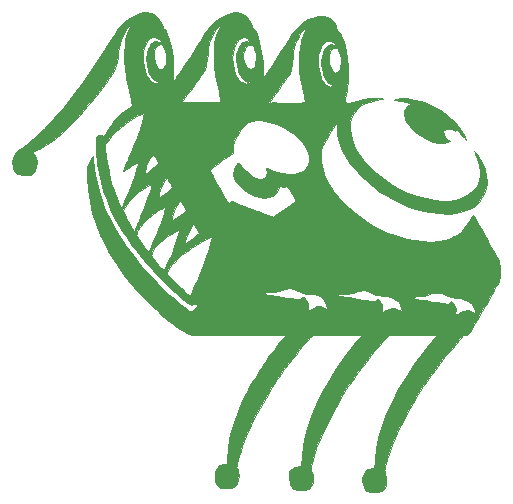
<source format=gbr>
G04 #@! TF.GenerationSoftware,KiCad,Pcbnew,(5.1.5-0-10_14)*
G04 #@! TF.CreationDate,2020-11-19T19:32:45+01:00*
G04 #@! TF.ProjectId,fuzzy-christmas-2020,66757a7a-792d-4636-9872-6973746d6173,rev?*
G04 #@! TF.SameCoordinates,Original*
G04 #@! TF.FileFunction,Legend,Bot*
G04 #@! TF.FilePolarity,Positive*
%FSLAX46Y46*%
G04 Gerber Fmt 4.6, Leading zero omitted, Abs format (unit mm)*
G04 Created by KiCad (PCBNEW (5.1.5-0-10_14)) date 2020-11-19 19:32:45*
%MOMM*%
%LPD*%
G04 APERTURE LIST*
%ADD10C,0.010000*%
G04 APERTURE END LIST*
D10*
G36*
X238376910Y-70516794D02*
G01*
X238341505Y-70526280D01*
X238332018Y-70490876D01*
X238367423Y-70481389D01*
X238376910Y-70516794D01*
G37*
X238376910Y-70516794D02*
X238341505Y-70526280D01*
X238332018Y-70490876D01*
X238367423Y-70481389D01*
X238376910Y-70516794D01*
G36*
X235762912Y-67202329D02*
G01*
X236014125Y-67381797D01*
X236359573Y-67672111D01*
X236693190Y-67997943D01*
X237000222Y-68341445D01*
X237265911Y-68684767D01*
X237475501Y-69010064D01*
X237614238Y-69299487D01*
X237625270Y-69330508D01*
X237702963Y-69558800D01*
X237596184Y-69432726D01*
X237510695Y-69338377D01*
X237375907Y-69196784D01*
X237216303Y-69033533D01*
X237159990Y-68976895D01*
X236998608Y-68819511D01*
X236895404Y-68730677D01*
X236839048Y-68702023D01*
X236818318Y-68724474D01*
X236784501Y-68765015D01*
X236695337Y-68737650D01*
X236654790Y-68715787D01*
X236431283Y-68627256D01*
X236202265Y-68600976D01*
X235994524Y-68634558D01*
X235834848Y-68725613D01*
X235780330Y-68793794D01*
X235758743Y-68925267D01*
X235803794Y-69096094D01*
X235901425Y-69280546D01*
X236037575Y-69452894D01*
X236198182Y-69587410D01*
X236221891Y-69601801D01*
X236367119Y-69685648D01*
X236090824Y-69763217D01*
X235737123Y-69815270D01*
X235335163Y-69793835D01*
X234903150Y-69704994D01*
X234459283Y-69554830D01*
X234021765Y-69349427D01*
X233608796Y-69094867D01*
X233260584Y-68817402D01*
X233038418Y-68588826D01*
X232829806Y-68326039D01*
X232655079Y-68058198D01*
X232534571Y-67814461D01*
X232508532Y-67738773D01*
X232450397Y-67398763D01*
X232484543Y-67099452D01*
X232609576Y-66845423D01*
X232824102Y-66641259D01*
X232847180Y-66625856D01*
X233046731Y-66496409D01*
X232856446Y-66428379D01*
X232722527Y-66388760D01*
X232516229Y-66337150D01*
X232267154Y-66280188D01*
X232004910Y-66224510D01*
X231759100Y-66176757D01*
X231646278Y-66157040D01*
X231636207Y-66139997D01*
X231712223Y-66112097D01*
X231858083Y-66079133D01*
X231872386Y-66076431D01*
X232189710Y-66043923D01*
X232573014Y-66046968D01*
X232991840Y-66083065D01*
X233415728Y-66149716D01*
X233770984Y-66232269D01*
X234126742Y-66351543D01*
X234532718Y-66522999D01*
X234960008Y-66731823D01*
X235379706Y-66963204D01*
X235762912Y-67202329D01*
G37*
X235762912Y-67202329D02*
X236014125Y-67381797D01*
X236359573Y-67672111D01*
X236693190Y-67997943D01*
X237000222Y-68341445D01*
X237265911Y-68684767D01*
X237475501Y-69010064D01*
X237614238Y-69299487D01*
X237625270Y-69330508D01*
X237702963Y-69558800D01*
X237596184Y-69432726D01*
X237510695Y-69338377D01*
X237375907Y-69196784D01*
X237216303Y-69033533D01*
X237159990Y-68976895D01*
X236998608Y-68819511D01*
X236895404Y-68730677D01*
X236839048Y-68702023D01*
X236818318Y-68724474D01*
X236784501Y-68765015D01*
X236695337Y-68737650D01*
X236654790Y-68715787D01*
X236431283Y-68627256D01*
X236202265Y-68600976D01*
X235994524Y-68634558D01*
X235834848Y-68725613D01*
X235780330Y-68793794D01*
X235758743Y-68925267D01*
X235803794Y-69096094D01*
X235901425Y-69280546D01*
X236037575Y-69452894D01*
X236198182Y-69587410D01*
X236221891Y-69601801D01*
X236367119Y-69685648D01*
X236090824Y-69763217D01*
X235737123Y-69815270D01*
X235335163Y-69793835D01*
X234903150Y-69704994D01*
X234459283Y-69554830D01*
X234021765Y-69349427D01*
X233608796Y-69094867D01*
X233260584Y-68817402D01*
X233038418Y-68588826D01*
X232829806Y-68326039D01*
X232655079Y-68058198D01*
X232534571Y-67814461D01*
X232508532Y-67738773D01*
X232450397Y-67398763D01*
X232484543Y-67099452D01*
X232609576Y-66845423D01*
X232824102Y-66641259D01*
X232847180Y-66625856D01*
X233046731Y-66496409D01*
X232856446Y-66428379D01*
X232722527Y-66388760D01*
X232516229Y-66337150D01*
X232267154Y-66280188D01*
X232004910Y-66224510D01*
X231759100Y-66176757D01*
X231646278Y-66157040D01*
X231636207Y-66139997D01*
X231712223Y-66112097D01*
X231858083Y-66079133D01*
X231872386Y-66076431D01*
X232189710Y-66043923D01*
X232573014Y-66046968D01*
X232991840Y-66083065D01*
X233415728Y-66149716D01*
X233770984Y-66232269D01*
X234126742Y-66351543D01*
X234532718Y-66522999D01*
X234960008Y-66731823D01*
X235379706Y-66963204D01*
X235762912Y-67202329D01*
G36*
X226228794Y-59307928D02*
G01*
X226477765Y-59561321D01*
X226659907Y-59878641D01*
X226715675Y-60037871D01*
X226784533Y-60243769D01*
X226851647Y-60365365D01*
X226927347Y-60421329D01*
X226927894Y-60421520D01*
X227019855Y-60498475D01*
X227117576Y-60668877D01*
X227222134Y-60935356D01*
X227334606Y-61300539D01*
X227420479Y-61623640D01*
X227616076Y-62578411D01*
X227712998Y-63508867D01*
X227711435Y-64421892D01*
X227611578Y-65324366D01*
X227534828Y-65727931D01*
X227485435Y-65969455D01*
X227448814Y-66171437D01*
X227428234Y-66313980D01*
X227426965Y-66377186D01*
X227427960Y-66378337D01*
X227491195Y-66387716D01*
X227626754Y-66393577D01*
X227777657Y-66394687D01*
X228104860Y-66353493D01*
X228452716Y-66240561D01*
X228462478Y-66236402D01*
X228979434Y-66068623D01*
X229540415Y-65986715D01*
X230067523Y-65988668D01*
X230367592Y-66013658D01*
X230564878Y-66038190D01*
X230660268Y-66062682D01*
X230654647Y-66087556D01*
X230548901Y-66113231D01*
X230378930Y-66136230D01*
X229787946Y-66240378D01*
X229268687Y-66408589D01*
X228824644Y-66638615D01*
X228459306Y-66928210D01*
X228176164Y-67275128D01*
X227978707Y-67677122D01*
X227976743Y-67682637D01*
X227865845Y-68147988D01*
X227849219Y-68643116D01*
X227924008Y-69161556D01*
X228087354Y-69696836D01*
X228336399Y-70242487D01*
X228668284Y-70792042D01*
X229080154Y-71339031D01*
X229569146Y-71876987D01*
X230016003Y-72298311D01*
X230648182Y-72807621D01*
X231330132Y-73267738D01*
X232048589Y-73673551D01*
X232790291Y-74019951D01*
X233541972Y-74301824D01*
X234290372Y-74514060D01*
X235022225Y-74651549D01*
X235724270Y-74709179D01*
X236237514Y-74695814D01*
X236780691Y-74615795D01*
X237284297Y-74468564D01*
X237736081Y-74260564D01*
X238123791Y-73998234D01*
X238435177Y-73688018D01*
X238595288Y-73456102D01*
X238759050Y-73074436D01*
X238847131Y-72640139D01*
X238859947Y-72170990D01*
X238797911Y-71684770D01*
X238661436Y-71199259D01*
X238535733Y-70898197D01*
X238468039Y-70743579D01*
X238431838Y-70635101D01*
X238434694Y-70595585D01*
X238435476Y-70595707D01*
X238501167Y-70646827D01*
X238602244Y-70768907D01*
X238724876Y-70941662D01*
X238855230Y-71144807D01*
X238979477Y-71358056D01*
X239059745Y-71511232D01*
X239278016Y-72051511D01*
X239402548Y-72591896D01*
X239433252Y-73122821D01*
X239370038Y-73634718D01*
X239212819Y-74118023D01*
X239086309Y-74368080D01*
X238788145Y-74783619D01*
X238415098Y-75128702D01*
X237968990Y-75402615D01*
X237451643Y-75604648D01*
X236864880Y-75734088D01*
X236210526Y-75790223D01*
X235492184Y-75772470D01*
X234599758Y-75667295D01*
X233734172Y-75481872D01*
X232883006Y-75211931D01*
X232033838Y-74853203D01*
X231174248Y-74401416D01*
X230730426Y-74135407D01*
X230284258Y-73847438D01*
X229899061Y-73573940D01*
X229543087Y-73289756D01*
X229184589Y-72969730D01*
X228843515Y-72640169D01*
X228347544Y-72111606D01*
X227906447Y-71567806D01*
X227527511Y-71020507D01*
X227218020Y-70481450D01*
X226985263Y-69962370D01*
X226836524Y-69475005D01*
X226815908Y-69373795D01*
X226773847Y-69039453D01*
X226760225Y-68676719D01*
X226774621Y-68325199D01*
X226816611Y-68024500D01*
X226830972Y-67963432D01*
X226845334Y-67898579D01*
X226842754Y-67871615D01*
X226818317Y-67889968D01*
X226767107Y-67961063D01*
X226684209Y-68092325D01*
X226564704Y-68291184D01*
X226403677Y-68565064D01*
X226196213Y-68921390D01*
X226191967Y-68928701D01*
X225981210Y-69292391D01*
X225816467Y-69579736D01*
X225691316Y-69803823D01*
X225599332Y-69977741D01*
X225534093Y-70114577D01*
X225489172Y-70227419D01*
X225458148Y-70329356D01*
X225434595Y-70433475D01*
X225422506Y-70496373D01*
X225377122Y-70897899D01*
X225393033Y-71311343D01*
X225472385Y-71762379D01*
X225554393Y-72072179D01*
X225789536Y-72704338D01*
X226119583Y-73333049D01*
X226535819Y-73951571D01*
X227029527Y-74553165D01*
X227591989Y-75131091D01*
X228214490Y-75678612D01*
X228888313Y-76188986D01*
X229604741Y-76655476D01*
X230355059Y-77071343D01*
X231130548Y-77429845D01*
X231922494Y-77724245D01*
X232722178Y-77947803D01*
X233301182Y-78061651D01*
X234052403Y-78154311D01*
X234733919Y-78178584D01*
X235354704Y-78133599D01*
X235923729Y-78018485D01*
X236449965Y-77832370D01*
X236653757Y-77736193D01*
X236933221Y-77582557D01*
X237163724Y-77423900D01*
X237365406Y-77240484D01*
X237558412Y-77012567D01*
X237762883Y-76720408D01*
X237884545Y-76529957D01*
X238023335Y-76313194D01*
X238143405Y-76135572D01*
X238234196Y-76011966D01*
X238285151Y-75957250D01*
X238291376Y-75956786D01*
X238349016Y-76041146D01*
X238449171Y-76203943D01*
X238584998Y-76432980D01*
X238749651Y-76716059D01*
X238936287Y-77040980D01*
X239138061Y-77395546D01*
X239348130Y-77767560D01*
X239559650Y-78144822D01*
X239765775Y-78515135D01*
X239959663Y-78866302D01*
X240134469Y-79186124D01*
X240283348Y-79462401D01*
X240399456Y-79682938D01*
X240475950Y-79835535D01*
X240503863Y-79900009D01*
X240605481Y-80372570D01*
X240610924Y-80868209D01*
X240568569Y-81164674D01*
X240550772Y-81246567D01*
X240528447Y-81327926D01*
X240497014Y-81417605D01*
X240451892Y-81524455D01*
X240388503Y-81657331D01*
X240302265Y-81825084D01*
X240188597Y-82036569D01*
X240042919Y-82300636D01*
X239860651Y-82626141D01*
X239637214Y-83021934D01*
X239368026Y-83496870D01*
X239298832Y-83618806D01*
X239051954Y-84052376D01*
X238817250Y-84461816D01*
X238600327Y-84837533D01*
X238406795Y-85169939D01*
X238242262Y-85449442D01*
X238112338Y-85666453D01*
X238022631Y-85811381D01*
X237980864Y-85872322D01*
X237846899Y-85976279D01*
X237666143Y-86053683D01*
X237635273Y-86061859D01*
X237405105Y-86116816D01*
X236471933Y-87254015D01*
X235949932Y-87894716D01*
X235488570Y-88471793D01*
X235078604Y-88998200D01*
X234710791Y-89486894D01*
X234375889Y-89950831D01*
X234064653Y-90402965D01*
X233767841Y-90856255D01*
X233476209Y-91323653D01*
X233180515Y-91818118D01*
X233023996Y-92086921D01*
X232612638Y-92817467D01*
X232256628Y-93492605D01*
X231944855Y-94136493D01*
X231666203Y-94773290D01*
X231409563Y-95427156D01*
X231163818Y-96122250D01*
X231153026Y-96154324D01*
X231019992Y-96555991D01*
X230919960Y-96875187D01*
X230850334Y-97126810D01*
X230808526Y-97325762D01*
X230791944Y-97486942D01*
X230797997Y-97625251D01*
X230824093Y-97755589D01*
X230856349Y-97860287D01*
X230931587Y-98179764D01*
X230946811Y-98497495D01*
X230905693Y-98792180D01*
X230811910Y-99042517D01*
X230669133Y-99227208D01*
X230613315Y-99269209D01*
X230482886Y-99315783D01*
X230280161Y-99347389D01*
X230035482Y-99363679D01*
X229779190Y-99364307D01*
X229541626Y-99348925D01*
X229353133Y-99317187D01*
X229265877Y-99284620D01*
X229138607Y-99159029D01*
X229034634Y-98958055D01*
X228960664Y-98708653D01*
X228923400Y-98437779D01*
X228929551Y-98172387D01*
X228954906Y-98034456D01*
X229026176Y-97831708D01*
X229123884Y-97646298D01*
X229229872Y-97508246D01*
X229306766Y-97452694D01*
X229399653Y-97430258D01*
X229554164Y-97403903D01*
X229728739Y-97379760D01*
X229881816Y-97363959D01*
X229925392Y-97361431D01*
X229933501Y-97312682D01*
X229945341Y-97179782D01*
X229959420Y-96982118D01*
X229974241Y-96739080D01*
X229976545Y-96697933D01*
X230075078Y-95765744D01*
X230268212Y-94800113D01*
X230553956Y-93805259D01*
X230930320Y-92785404D01*
X231395315Y-91744769D01*
X231946951Y-90687575D01*
X232583236Y-89618041D01*
X233302184Y-88540390D01*
X234101802Y-87458842D01*
X234663634Y-86756033D01*
X234837392Y-86542863D01*
X234985556Y-86357060D01*
X235096433Y-86213603D01*
X235158335Y-86127471D01*
X235167242Y-86110747D01*
X235118846Y-86103539D01*
X234980274Y-86096873D01*
X234765021Y-86090815D01*
X234486583Y-86085432D01*
X234158456Y-86080791D01*
X233794135Y-86076960D01*
X233407117Y-86074005D01*
X233010897Y-86071993D01*
X232618970Y-86070993D01*
X232244834Y-86071070D01*
X231901983Y-86072291D01*
X231603912Y-86074725D01*
X231364119Y-86078438D01*
X231196099Y-86083498D01*
X231113347Y-86089970D01*
X231110722Y-86090575D01*
X231063046Y-86133663D01*
X230959652Y-86246584D01*
X230809696Y-86418300D01*
X230622331Y-86637775D01*
X230406713Y-86893971D01*
X230171996Y-87175853D01*
X229927333Y-87472383D01*
X229681881Y-87772525D01*
X229444793Y-88065241D01*
X229225224Y-88339495D01*
X229032327Y-88584250D01*
X228899594Y-88756357D01*
X228469429Y-89332007D01*
X228086184Y-89868452D01*
X227733004Y-90391595D01*
X227393034Y-90927340D01*
X227049421Y-91501594D01*
X226685307Y-92140259D01*
X226610397Y-92274661D01*
X226268235Y-92899966D01*
X225975042Y-93458977D01*
X225722200Y-93971611D01*
X225501097Y-94457789D01*
X225303119Y-94937427D01*
X225119650Y-95430444D01*
X224942077Y-95956759D01*
X224761784Y-96536288D01*
X224749165Y-96578277D01*
X224659278Y-96893673D01*
X224595946Y-97149732D01*
X224561889Y-97334033D01*
X224559819Y-97434156D01*
X224561145Y-97438231D01*
X224605613Y-97554547D01*
X224663612Y-97706994D01*
X224672718Y-97730988D01*
X224728289Y-97970991D01*
X224734454Y-98240523D01*
X224696967Y-98513921D01*
X224621588Y-98765520D01*
X224514071Y-98969656D01*
X224380176Y-99100666D01*
X224363396Y-99109859D01*
X224245140Y-99141331D01*
X224055431Y-99162277D01*
X223823358Y-99172708D01*
X223578007Y-99172634D01*
X223348464Y-99162067D01*
X223163819Y-99141015D01*
X223053156Y-99109489D01*
X223052995Y-99109396D01*
X222929402Y-98986032D01*
X222827623Y-98786302D01*
X222753765Y-98536316D01*
X222713934Y-98262186D01*
X222714241Y-97990023D01*
X222745999Y-97796956D01*
X222831215Y-97548465D01*
X222944161Y-97383844D01*
X223100626Y-97283977D01*
X223194735Y-97253705D01*
X223372171Y-97215503D01*
X223534255Y-97191614D01*
X223570314Y-97188903D01*
X223717838Y-97182166D01*
X223771293Y-96408286D01*
X223871807Y-95514407D01*
X224051854Y-94609439D01*
X224313721Y-93686749D01*
X224659698Y-92739709D01*
X225092075Y-91761687D01*
X225613143Y-90746051D01*
X225907288Y-90222684D01*
X226632659Y-89034627D01*
X227400902Y-87913312D01*
X228236703Y-86823415D01*
X228545118Y-86448388D01*
X228669437Y-86296043D01*
X228761868Y-86175698D01*
X228806963Y-86107716D01*
X228808958Y-86100601D01*
X228757581Y-86093983D01*
X228616018Y-86088427D01*
X228397753Y-86083911D01*
X228116268Y-86080421D01*
X227785048Y-86077939D01*
X227417573Y-86076449D01*
X227027327Y-86075934D01*
X226627794Y-86076376D01*
X226232455Y-86077759D01*
X225854793Y-86080066D01*
X225508292Y-86083279D01*
X225206434Y-86087382D01*
X224962703Y-86092357D01*
X224790579Y-86098189D01*
X224703548Y-86104859D01*
X224699262Y-86105768D01*
X224624817Y-86157783D01*
X224495640Y-86284588D01*
X224318670Y-86477634D01*
X224100847Y-86728373D01*
X223849107Y-87028259D01*
X223570391Y-87368743D01*
X223271636Y-87741278D01*
X222959781Y-88137316D01*
X222641766Y-88548310D01*
X222324526Y-88965711D01*
X222015003Y-89380972D01*
X221783704Y-89697465D01*
X221631585Y-89919142D01*
X221441946Y-90213666D01*
X221223382Y-90566136D01*
X220984485Y-90961657D01*
X220733849Y-91385330D01*
X220480066Y-91822259D01*
X220231729Y-92257545D01*
X219997432Y-92676291D01*
X219785766Y-93063599D01*
X219605325Y-93404571D01*
X219464703Y-93684312D01*
X219387957Y-93850951D01*
X219224329Y-94243440D01*
X219061366Y-94655618D01*
X218902961Y-95075627D01*
X218753005Y-95491611D01*
X218615389Y-95891712D01*
X218494004Y-96264075D01*
X218392740Y-96596840D01*
X218315490Y-96878151D01*
X218266144Y-97096151D01*
X218248594Y-97238983D01*
X218259260Y-97290350D01*
X218297215Y-97365839D01*
X218347085Y-97509893D01*
X218393692Y-97674915D01*
X218437188Y-97987857D01*
X218415634Y-98298651D01*
X218335320Y-98582519D01*
X218202534Y-98814683D01*
X218072698Y-98939685D01*
X217976850Y-98970128D01*
X217805612Y-98992282D01*
X217586962Y-99005787D01*
X217348881Y-99010280D01*
X217119349Y-99005405D01*
X216926344Y-98990801D01*
X216797846Y-98966108D01*
X216775499Y-98956356D01*
X216687463Y-98878250D01*
X216595879Y-98760173D01*
X216594771Y-98758443D01*
X216461055Y-98459288D01*
X216404142Y-98120630D01*
X216424587Y-97773217D01*
X216522951Y-97447798D01*
X216569312Y-97356261D01*
X216665436Y-97212510D01*
X216775868Y-97118241D01*
X216926384Y-97061041D01*
X217142767Y-97028502D01*
X217271062Y-97018428D01*
X217425713Y-97008189D01*
X217438749Y-96606466D01*
X217506814Y-95773047D01*
X217656702Y-94891552D01*
X217885359Y-93973443D01*
X218189734Y-93030185D01*
X218566775Y-92073238D01*
X218762518Y-91634320D01*
X218916335Y-91320994D01*
X219116755Y-90941888D01*
X219352076Y-90516951D01*
X219610598Y-90066130D01*
X219880621Y-89609371D01*
X220150444Y-89166622D01*
X220408367Y-88757830D01*
X220642688Y-88402943D01*
X220742726Y-88258473D01*
X220959829Y-87956874D01*
X221214925Y-87611557D01*
X221480549Y-87259196D01*
X221729237Y-86936469D01*
X221802268Y-86843531D01*
X221984602Y-86611180D01*
X222141650Y-86407745D01*
X222263201Y-86246729D01*
X222339037Y-86141637D01*
X222359911Y-86106297D01*
X222308376Y-86102418D01*
X222161489Y-86098903D01*
X221927570Y-86095792D01*
X221614941Y-86093129D01*
X221231921Y-86090952D01*
X220786831Y-86089303D01*
X220287992Y-86088223D01*
X219743725Y-86087753D01*
X219162350Y-86087933D01*
X218730507Y-86088480D01*
X218113891Y-86089056D01*
X217517934Y-86088752D01*
X216952306Y-86087626D01*
X216426678Y-86085739D01*
X215950719Y-86083148D01*
X215534102Y-86079910D01*
X215186495Y-86076088D01*
X214917569Y-86071737D01*
X214736994Y-86066916D01*
X214676229Y-86063904D01*
X214475586Y-86047404D01*
X214326350Y-86024091D01*
X214196008Y-85982781D01*
X214052042Y-85912285D01*
X213861939Y-85801420D01*
X213794009Y-85760406D01*
X213349341Y-85471902D01*
X212855713Y-85116704D01*
X212330400Y-84707878D01*
X211790672Y-84258489D01*
X211668193Y-84152409D01*
X210865367Y-83409779D01*
X210090734Y-82610438D01*
X209354656Y-81768030D01*
X208667496Y-80896201D01*
X208039615Y-80008595D01*
X207481374Y-79118858D01*
X207003135Y-78240634D01*
X206719748Y-77635968D01*
X206355086Y-76699664D01*
X206056497Y-75725664D01*
X205828231Y-74734589D01*
X205674539Y-73747062D01*
X205599675Y-72783702D01*
X205595249Y-72182437D01*
X205604144Y-71974142D01*
X205626733Y-71813691D01*
X205673535Y-71662979D01*
X205755071Y-71483903D01*
X205826858Y-71343498D01*
X205927195Y-71160436D01*
X206012955Y-71021747D01*
X206071804Y-70946530D01*
X206088104Y-70939057D01*
X206111608Y-70999271D01*
X206130656Y-71130177D01*
X206138352Y-71244220D01*
X206188081Y-71838545D01*
X206288952Y-72496019D01*
X206434907Y-73193330D01*
X206619888Y-73907162D01*
X206837833Y-74614202D01*
X207082683Y-75291135D01*
X207348381Y-75914648D01*
X207356974Y-75933062D01*
X207787758Y-76774463D01*
X208302673Y-77643631D01*
X208890964Y-78526577D01*
X209541871Y-79409310D01*
X210244635Y-80277841D01*
X210988498Y-81118178D01*
X211762701Y-81916332D01*
X212468114Y-82579491D01*
X212686674Y-82771721D01*
X212937634Y-82986134D01*
X213205503Y-83210152D01*
X213474791Y-83431198D01*
X213730007Y-83636689D01*
X213955659Y-83814052D01*
X214136258Y-83950703D01*
X214256311Y-84034066D01*
X214268444Y-84041374D01*
X214411409Y-84081041D01*
X214547306Y-84025234D01*
X214682408Y-83870578D01*
X214730263Y-83793172D01*
X214876061Y-83589178D01*
X215020799Y-83471378D01*
X215169723Y-83394861D01*
X214987423Y-83399594D01*
X214811914Y-83420528D01*
X214624571Y-83465415D01*
X214604677Y-83471862D01*
X214404231Y-83539397D01*
X214018643Y-83242821D01*
X213247758Y-82615131D01*
X212463467Y-81911017D01*
X211686871Y-81151819D01*
X210939067Y-80358877D01*
X210241155Y-79553530D01*
X209711528Y-78886526D01*
X209451010Y-78531684D01*
X209166643Y-78124403D01*
X208873187Y-77687418D01*
X208585399Y-77243460D01*
X208318040Y-76815264D01*
X208085868Y-76425563D01*
X207917003Y-76122409D01*
X207579060Y-75428861D01*
X207267212Y-74677962D01*
X206991252Y-73898746D01*
X206760976Y-73120251D01*
X206586173Y-72371513D01*
X206514180Y-71963071D01*
X206471549Y-71641524D01*
X206432699Y-71270893D01*
X206399262Y-70875966D01*
X206372867Y-70481533D01*
X206355147Y-70112382D01*
X206347734Y-69793302D01*
X206352258Y-69549081D01*
X206353748Y-69524994D01*
X206378095Y-69317247D01*
X206381247Y-69309862D01*
X207244234Y-69808107D01*
X207168862Y-69939617D01*
X207130932Y-70042968D01*
X207120434Y-70147228D01*
X207127359Y-70281463D01*
X207129533Y-70309166D01*
X207193552Y-70887564D01*
X207295541Y-71524484D01*
X207428128Y-72185211D01*
X207583943Y-72835033D01*
X207755614Y-73439236D01*
X207863771Y-73767153D01*
X207999069Y-74140822D01*
X208128870Y-74477774D01*
X208248352Y-74767154D01*
X208352693Y-74998108D01*
X208437071Y-75159783D01*
X208496667Y-75241325D01*
X208520483Y-75245563D01*
X208553179Y-75185150D01*
X208575923Y-75136296D01*
X208809443Y-75271118D01*
X208762007Y-75355981D01*
X208623546Y-75605419D01*
X208801907Y-75944446D01*
X208893297Y-76114567D01*
X209007683Y-76322236D01*
X209134632Y-76549147D01*
X209263712Y-76777001D01*
X209384490Y-76987496D01*
X209486532Y-77162327D01*
X209559406Y-77283194D01*
X209592679Y-77331795D01*
X209592773Y-77331852D01*
X209619370Y-77295802D01*
X209661808Y-77194778D01*
X209667066Y-77180213D01*
X209702981Y-77087716D01*
X209772825Y-76915235D01*
X209824331Y-76789906D01*
X210079981Y-76937506D01*
X209875007Y-77296231D01*
X209841912Y-77374527D01*
X209797301Y-77502587D01*
X209791245Y-77598933D01*
X209831083Y-77700419D01*
X209924155Y-77843900D01*
X209939934Y-77866677D01*
X210169784Y-78195825D01*
X210373823Y-78484253D01*
X210545176Y-78722476D01*
X210676969Y-78901018D01*
X210762327Y-79010395D01*
X210791561Y-79041233D01*
X210832744Y-79014112D01*
X210882335Y-78917964D01*
X210888040Y-78902694D01*
X210925601Y-78806635D01*
X210947854Y-78752078D01*
X211218327Y-78908236D01*
X211096761Y-79121951D01*
X211069834Y-79191669D01*
X211052041Y-79284128D01*
X211071710Y-79373396D01*
X211140215Y-79486655D01*
X211254800Y-79633752D01*
X211402181Y-79812041D01*
X211565246Y-80004537D01*
X211729835Y-80195128D01*
X211881792Y-80367704D01*
X212006959Y-80506157D01*
X212091179Y-80594376D01*
X212119688Y-80617941D01*
X212144725Y-80571918D01*
X212203653Y-80445907D01*
X212221186Y-80406991D01*
X212486619Y-80560238D01*
X212395157Y-80731690D01*
X212378560Y-80779028D01*
X212377942Y-80840188D01*
X212414809Y-80918329D01*
X212499871Y-81028056D01*
X212643841Y-81183972D01*
X212770659Y-81313545D01*
X212975286Y-81516630D01*
X213207081Y-81741079D01*
X213450940Y-81972858D01*
X213691757Y-82197935D01*
X213914428Y-82402277D01*
X214103851Y-82571854D01*
X214244919Y-82692631D01*
X214306643Y-82740511D01*
X214363176Y-82731798D01*
X214396697Y-82664239D01*
X214427246Y-82584505D01*
X214492636Y-82425246D01*
X214586332Y-82201994D01*
X214701794Y-81930282D01*
X214832486Y-81625641D01*
X214888222Y-81496515D01*
X215171789Y-80829788D01*
X215411245Y-80241577D01*
X215497261Y-80016725D01*
X220058832Y-82650350D01*
X220090394Y-82661613D01*
X220194902Y-82648516D01*
X220273271Y-82631859D01*
X220366529Y-82618865D01*
X220496440Y-82617895D01*
X220673779Y-82630185D01*
X220909324Y-82656969D01*
X221213852Y-82699479D01*
X221598138Y-82758952D01*
X222072962Y-82836618D01*
X222097966Y-82840783D01*
X222547079Y-82915041D01*
X222904812Y-82972384D01*
X223181883Y-83013903D01*
X223389013Y-83040686D01*
X223536918Y-83053823D01*
X223636317Y-83054402D01*
X223697930Y-83043511D01*
X223732475Y-83022241D01*
X223743031Y-83007906D01*
X223821664Y-82889869D01*
X223889676Y-82849702D01*
X223964836Y-82891338D01*
X224064924Y-83018709D01*
X224112730Y-83089712D01*
X224232900Y-83282626D01*
X224298396Y-83428534D01*
X224318453Y-83562059D01*
X224302306Y-83717822D01*
X224293273Y-83766463D01*
X224275888Y-83903024D01*
X224281299Y-83992883D01*
X224286801Y-84003587D01*
X224344370Y-83998547D01*
X224455017Y-83944907D01*
X224529553Y-83898095D01*
X224786759Y-83753577D01*
X225049032Y-83657206D01*
X225283942Y-83619660D01*
X225363255Y-83623543D01*
X225516871Y-83670675D01*
X225692277Y-83762675D01*
X225740897Y-83795260D01*
X225950755Y-83944887D01*
X225934489Y-83779904D01*
X225851931Y-83429616D01*
X225685560Y-83128595D01*
X225447601Y-82888616D01*
X225150281Y-82721453D01*
X224805825Y-82638881D01*
X224744927Y-82634183D01*
X224257827Y-82586267D01*
X223848343Y-82501023D01*
X223525722Y-82380531D01*
X223460514Y-82345601D01*
X223122772Y-82202854D01*
X222753626Y-82136034D01*
X222380984Y-82145601D01*
X222032758Y-82232013D01*
X221850225Y-82319130D01*
X221711486Y-82380550D01*
X221531413Y-82419761D01*
X221286311Y-82440765D01*
X221097393Y-82446305D01*
X220803902Y-82460951D01*
X220532786Y-82492832D01*
X220304482Y-82537931D01*
X220139430Y-82592233D01*
X220058832Y-82650350D01*
X215497261Y-80016725D01*
X215611196Y-79718885D01*
X215776247Y-79248714D01*
X215911001Y-78818068D01*
X216020065Y-78413946D01*
X216093039Y-78095691D01*
X216165638Y-77752246D01*
X215981707Y-77821918D01*
X215641358Y-77971879D01*
X215248273Y-78180171D01*
X214824172Y-78432978D01*
X214390770Y-78716487D01*
X213969791Y-79016885D01*
X213582949Y-79320357D01*
X213453999Y-79429631D01*
X213244244Y-79627289D01*
X213027109Y-79858651D01*
X212818114Y-80104245D01*
X212632777Y-80344599D01*
X212486619Y-80560238D01*
X212221186Y-80406991D01*
X212289558Y-80255226D01*
X212395528Y-80015192D01*
X212497257Y-79781389D01*
X212679147Y-79349074D01*
X212847474Y-78926619D01*
X212998641Y-78524988D01*
X213129053Y-78155146D01*
X213235114Y-77828054D01*
X213313230Y-77554679D01*
X213359804Y-77345983D01*
X213371240Y-77212931D01*
X213353978Y-77169004D01*
X213292020Y-77184939D01*
X213164060Y-77252337D01*
X212986707Y-77360019D01*
X212776569Y-77496807D01*
X212550254Y-77651524D01*
X212324370Y-77812990D01*
X212115524Y-77970027D01*
X211940325Y-78111457D01*
X211893982Y-78151680D01*
X211632774Y-78403116D01*
X211402277Y-78661963D01*
X211218327Y-78908236D01*
X210947854Y-78752078D01*
X210996642Y-78632468D01*
X211094001Y-78397462D01*
X211210518Y-78118884D01*
X211339031Y-77814000D01*
X211363699Y-77755738D01*
X211501156Y-77427451D01*
X211634213Y-77102657D01*
X211753795Y-76804025D01*
X211850830Y-76554225D01*
X211916244Y-76375928D01*
X211918272Y-76370027D01*
X212005438Y-76101492D01*
X212081946Y-75839971D01*
X212143194Y-75604318D01*
X212184583Y-75413393D01*
X212201516Y-75286049D01*
X212193440Y-75241993D01*
X212133780Y-75257087D01*
X212008739Y-75317279D01*
X211839323Y-75410346D01*
X211646538Y-75524068D01*
X211451393Y-75646226D01*
X211274892Y-75764597D01*
X211192612Y-75824234D01*
X210747962Y-76190972D01*
X210374026Y-76565574D01*
X210079981Y-76937506D01*
X209824331Y-76789906D01*
X209870195Y-76678300D01*
X209988693Y-76392437D01*
X210121918Y-76073170D01*
X210210116Y-75862855D01*
X210438620Y-75306141D01*
X210636335Y-74797953D01*
X210800086Y-74347369D01*
X210926693Y-73963465D01*
X211012981Y-73655318D01*
X211052896Y-73455071D01*
X211078229Y-73269034D01*
X210692847Y-73493546D01*
X210317403Y-73730334D01*
X209941640Y-73999591D01*
X209599927Y-74275514D01*
X209375131Y-74482753D01*
X209228411Y-74639252D01*
X209097277Y-74805645D01*
X208963648Y-75007683D01*
X208809443Y-75271118D01*
X208575923Y-75136296D01*
X208619490Y-75042712D01*
X208713350Y-74832002D01*
X208828691Y-74566772D01*
X208959449Y-74260776D01*
X209058323Y-74026301D01*
X209299600Y-73440724D01*
X209497089Y-72938045D01*
X209654154Y-72508835D01*
X209774159Y-72143663D01*
X209860469Y-71833098D01*
X209895069Y-71680818D01*
X209948372Y-71422699D01*
X209739071Y-71523893D01*
X209606096Y-71597245D01*
X209418421Y-71712358D01*
X209205680Y-71850694D01*
X209076901Y-71938118D01*
X208894396Y-72060582D01*
X208749510Y-72150742D01*
X208658869Y-72198720D01*
X208636665Y-72199726D01*
X208660092Y-72138971D01*
X208718650Y-71997510D01*
X208806242Y-71789762D01*
X208916775Y-71530143D01*
X209044154Y-71233075D01*
X209104049Y-71094024D01*
X209330219Y-70565416D01*
X209510756Y-70133655D01*
X210992322Y-70989038D01*
X210889374Y-71169392D01*
X210786969Y-71361441D01*
X210696566Y-71544795D01*
X210629620Y-71699062D01*
X210610054Y-71754021D01*
X210561183Y-71936359D01*
X210525290Y-72123019D01*
X210506262Y-72285024D01*
X210507980Y-72393403D01*
X210520702Y-72420705D01*
X210570351Y-72397048D01*
X210684952Y-72319985D01*
X210848511Y-72200883D01*
X211045032Y-72051107D01*
X211088942Y-72016861D01*
X211137959Y-71978512D01*
X212336016Y-72670210D01*
X212050795Y-73219065D01*
X211899424Y-73528786D01*
X211785943Y-73799457D01*
X211719347Y-74009273D01*
X211713385Y-74037067D01*
X211684279Y-74225162D01*
X211675057Y-74372944D01*
X211686216Y-74457217D01*
X211704179Y-74467154D01*
X211748845Y-74434696D01*
X211860214Y-74350490D01*
X212022974Y-74226201D01*
X212070394Y-74189781D01*
X213305582Y-74902917D01*
X213201135Y-75094151D01*
X213090548Y-75331333D01*
X212985274Y-75587676D01*
X212896770Y-75836395D01*
X212836492Y-76050702D01*
X212824039Y-76113484D01*
X212802992Y-76273500D01*
X212799817Y-76381189D01*
X212812488Y-76411758D01*
X212866298Y-76377972D01*
X212986037Y-76292777D01*
X213155484Y-76168002D01*
X213358416Y-76015479D01*
X213419996Y-75968675D01*
X213480899Y-75921913D01*
X214581834Y-76557539D01*
X214286559Y-77122066D01*
X214138936Y-77416055D01*
X214038017Y-77648444D01*
X213973880Y-77844473D01*
X213940829Y-78001634D01*
X213918983Y-78169246D01*
X213912627Y-78290168D01*
X213921065Y-78334395D01*
X213971009Y-78310988D01*
X214086137Y-78234419D01*
X214250420Y-78115970D01*
X214447828Y-77966916D01*
X214493468Y-77931637D01*
X214696508Y-77772349D01*
X214868733Y-77634049D01*
X214994033Y-77529908D01*
X215056297Y-77473098D01*
X215059719Y-77468660D01*
X215045883Y-77408377D01*
X214988681Y-77280899D01*
X214898355Y-77107770D01*
X214833045Y-76991849D01*
X214581834Y-76557539D01*
X213480899Y-75921913D01*
X213625278Y-75811058D01*
X213796628Y-75677197D01*
X213853182Y-75631830D01*
X226353876Y-82849109D01*
X226396305Y-82849754D01*
X226493150Y-82815993D01*
X226656372Y-82775780D01*
X226842711Y-82762744D01*
X226867455Y-82763798D01*
X226973042Y-82775839D01*
X227165366Y-82803296D01*
X227429038Y-82843747D01*
X227748668Y-82894776D01*
X228108864Y-82953963D01*
X228494237Y-83018890D01*
X228536008Y-83026023D01*
X228960831Y-83098228D01*
X229295069Y-83153456D01*
X229550233Y-83192745D01*
X229737836Y-83217127D01*
X229869390Y-83227640D01*
X229956405Y-83225317D01*
X230010395Y-83211194D01*
X230042870Y-83186305D01*
X230059004Y-83162968D01*
X230154709Y-83036398D01*
X230235966Y-83011616D01*
X230305933Y-83088244D01*
X230325259Y-83131112D01*
X230404321Y-83276969D01*
X230489699Y-83384196D01*
X230588505Y-83546730D01*
X230619621Y-83758060D01*
X230579379Y-83980336D01*
X230554708Y-84096230D01*
X230571730Y-84160593D01*
X230579515Y-84163945D01*
X230651246Y-84145248D01*
X230783403Y-84084436D01*
X230948463Y-83994291D01*
X230962107Y-83986288D01*
X231219754Y-83850527D01*
X231430011Y-83784580D01*
X231620367Y-83786559D01*
X231818307Y-83854574D01*
X231939700Y-83919058D01*
X232088044Y-83998489D01*
X232196784Y-84045053D01*
X232239768Y-84049493D01*
X232241520Y-83983646D01*
X232224589Y-83854085D01*
X232211512Y-83782858D01*
X232098142Y-83466692D01*
X231900950Y-83198030D01*
X231632931Y-82987299D01*
X231307082Y-82844927D01*
X230965711Y-82783164D01*
X230607508Y-82752473D01*
X230330264Y-82714750D01*
X230111281Y-82664984D01*
X229927863Y-82598163D01*
X229776663Y-82520588D01*
X229398861Y-82357487D01*
X229008135Y-82297236D01*
X228603601Y-82339722D01*
X228522025Y-82360244D01*
X228320026Y-82420131D01*
X228140513Y-82480820D01*
X228023584Y-82528620D01*
X227918209Y-82557849D01*
X227736068Y-82584773D01*
X227504062Y-82606153D01*
X227283821Y-82617682D01*
X226994848Y-82635187D01*
X226752759Y-82664931D01*
X226579952Y-82703697D01*
X226523980Y-82726876D01*
X226397104Y-82806212D01*
X226353876Y-82849109D01*
X213853182Y-75631830D01*
X213919293Y-75578796D01*
X213978517Y-75527558D01*
X213981694Y-75523091D01*
X213954953Y-75475487D01*
X213887996Y-75358834D01*
X213792674Y-75193731D01*
X213736069Y-75095984D01*
X213496167Y-74682117D01*
X213392431Y-74784417D01*
X213305582Y-74902917D01*
X212070394Y-74189781D01*
X212221806Y-74073492D01*
X212288736Y-74021927D01*
X212493595Y-73862025D01*
X212664257Y-73725078D01*
X212786152Y-73623067D01*
X212844719Y-73567971D01*
X212847707Y-73562210D01*
X212818255Y-73509426D01*
X212751835Y-73395333D01*
X212686707Y-73284959D01*
X212580665Y-73103972D01*
X212478935Y-72926908D01*
X212435542Y-72849724D01*
X212336016Y-72670210D01*
X211137959Y-71978512D01*
X211291192Y-71858626D01*
X211463614Y-71723968D01*
X211589991Y-71625536D01*
X211654106Y-71575979D01*
X211657939Y-71573112D01*
X211644337Y-71524691D01*
X211590253Y-71411150D01*
X211508709Y-71256160D01*
X211412728Y-71083402D01*
X211315330Y-70916552D01*
X211229539Y-70779286D01*
X211189864Y-70722065D01*
X211154025Y-70744983D01*
X211084358Y-70840771D01*
X210992322Y-70989038D01*
X209510756Y-70133655D01*
X209519577Y-70112559D01*
X209679264Y-69717310D01*
X209816416Y-69361522D01*
X209938175Y-69027053D01*
X210051676Y-68695757D01*
X210073176Y-68630826D01*
X210078377Y-68614209D01*
X216055149Y-72064900D01*
X216037281Y-72105933D01*
X216033024Y-72155567D01*
X216047283Y-72224074D01*
X216084962Y-72321725D01*
X216150962Y-72458789D01*
X216250189Y-72645540D01*
X216387544Y-72892245D01*
X216567931Y-73209178D01*
X216766303Y-73554574D01*
X216963203Y-73895624D01*
X217144106Y-74206864D01*
X217302419Y-74477115D01*
X217431548Y-74695199D01*
X217524899Y-74849935D01*
X217575877Y-74930146D01*
X217582791Y-74938776D01*
X217627975Y-74915055D01*
X217691799Y-74827713D01*
X217692927Y-74825769D01*
X217765919Y-74737456D01*
X217827389Y-74722466D01*
X217912859Y-74761668D01*
X218077209Y-74829875D01*
X218307093Y-74922010D01*
X218589168Y-75032992D01*
X218910093Y-75157746D01*
X219256522Y-75291191D01*
X219360871Y-75331075D01*
X232615885Y-82983861D01*
X232646800Y-82997769D01*
X232750724Y-82989111D01*
X232817157Y-82977434D01*
X232948883Y-82969754D01*
X233165439Y-82983188D01*
X233470823Y-83018201D01*
X233869030Y-83075256D01*
X234364055Y-83154815D01*
X234402008Y-83161168D01*
X234881677Y-83241651D01*
X235269382Y-83306114D01*
X235575460Y-83355352D01*
X235810249Y-83390157D01*
X235984084Y-83411324D01*
X236107304Y-83419645D01*
X236190246Y-83415914D01*
X236243246Y-83400925D01*
X236276642Y-83375470D01*
X236300770Y-83340346D01*
X236318895Y-83308318D01*
X236382515Y-83217446D01*
X236426649Y-83187659D01*
X236427445Y-83188056D01*
X236491068Y-83254325D01*
X236581361Y-83381314D01*
X236678620Y-83537020D01*
X236763139Y-83689440D01*
X236815214Y-83806572D01*
X236820985Y-83827199D01*
X236825682Y-83977230D01*
X236795852Y-84131539D01*
X236772492Y-84251176D01*
X236788708Y-84323610D01*
X236793179Y-84326980D01*
X236860674Y-84318024D01*
X236991257Y-84266707D01*
X237158858Y-84183565D01*
X237189589Y-84166784D01*
X237486987Y-84028322D01*
X237741003Y-83972548D01*
X237969891Y-83998788D01*
X238191906Y-84106365D01*
X238224399Y-84128526D01*
X238353928Y-84215772D01*
X238421309Y-84245131D01*
X238446666Y-84221804D01*
X238450030Y-84186845D01*
X238426464Y-84006553D01*
X238359723Y-83788588D01*
X238266503Y-83579923D01*
X238192426Y-83461903D01*
X237971370Y-83249257D01*
X237686804Y-83089087D01*
X237372765Y-82998763D01*
X237261403Y-82986821D01*
X236818156Y-82944385D01*
X236439752Y-82872599D01*
X236141027Y-82774677D01*
X236033219Y-82721026D01*
X235651360Y-82554010D01*
X235255101Y-82487248D01*
X234839800Y-82520560D01*
X234400816Y-82653761D01*
X234393169Y-82656870D01*
X234101567Y-82743352D01*
X233737418Y-82791708D01*
X233528453Y-82802322D01*
X233193695Y-82822302D01*
X232923005Y-82859069D01*
X232728806Y-82910152D01*
X232623520Y-82973081D01*
X232615885Y-82983861D01*
X219360871Y-75331075D01*
X219615112Y-75428250D01*
X219972519Y-75563844D01*
X220315400Y-75692895D01*
X220630412Y-75810324D01*
X220904210Y-75911052D01*
X221123453Y-75990001D01*
X221274794Y-76042093D01*
X221344891Y-76062249D01*
X221347544Y-76062212D01*
X221406861Y-76028311D01*
X221534384Y-75944779D01*
X221715028Y-75822247D01*
X221933713Y-75671346D01*
X222175357Y-75502707D01*
X222424880Y-75326963D01*
X222667200Y-75154741D01*
X222887234Y-74996676D01*
X223069903Y-74863397D01*
X223200124Y-74765536D01*
X223262818Y-74713723D01*
X223265844Y-74709975D01*
X223249522Y-74652561D01*
X223189404Y-74528276D01*
X223097504Y-74357622D01*
X222985835Y-74161096D01*
X222866412Y-73959198D01*
X222751248Y-73772427D01*
X222652358Y-73621283D01*
X222581758Y-73526265D01*
X222560084Y-73505767D01*
X222467143Y-73488585D01*
X222439923Y-73497102D01*
X222357871Y-73512582D01*
X222216684Y-73516575D01*
X222156977Y-73514528D01*
X221928462Y-73502668D01*
X221724571Y-73855817D01*
X221613555Y-74040374D01*
X221523431Y-74160554D01*
X221427245Y-74243950D01*
X221298038Y-74318154D01*
X221248950Y-74342679D01*
X220954683Y-74434855D01*
X220606924Y-74456825D01*
X220225032Y-74412147D01*
X219828369Y-74304376D01*
X219436292Y-74137068D01*
X219123196Y-73952131D01*
X218779133Y-73688008D01*
X218483207Y-73400239D01*
X218246703Y-73103508D01*
X218080906Y-72812494D01*
X217997102Y-72541878D01*
X217990231Y-72478264D01*
X217990337Y-72332042D01*
X218016703Y-72194122D01*
X218078828Y-72031488D01*
X218177040Y-71829094D01*
X218275488Y-71639007D01*
X218340253Y-71527708D01*
X218383423Y-71480959D01*
X218417089Y-71484530D01*
X218444963Y-71513627D01*
X218711054Y-71818768D01*
X219006496Y-72115719D01*
X219310610Y-72386375D01*
X219602708Y-72612634D01*
X219862111Y-72776388D01*
X219922335Y-72806818D01*
X220177348Y-72882319D01*
X220411633Y-72868398D01*
X220608853Y-72772947D01*
X220752678Y-72603860D01*
X220826669Y-72369833D01*
X220827105Y-72210939D01*
X220794865Y-72079722D01*
X220786778Y-72064771D01*
X220748082Y-71977085D01*
X220777864Y-71942854D01*
X220881911Y-71962352D01*
X221066007Y-72035851D01*
X221168358Y-72082779D01*
X221655026Y-72273205D01*
X222147419Y-72394510D01*
X222630153Y-72446512D01*
X223087846Y-72429029D01*
X223505118Y-72341882D01*
X223866585Y-72184885D01*
X223973505Y-72115941D01*
X224179281Y-71932691D01*
X224315238Y-71714805D01*
X224393743Y-71438135D01*
X224417119Y-71249725D01*
X224411119Y-70914901D01*
X224329827Y-70590688D01*
X224166267Y-70255225D01*
X224035067Y-70052771D01*
X223793136Y-69723881D01*
X223559255Y-69450436D01*
X223311398Y-69212964D01*
X223027543Y-68991993D01*
X222685667Y-68768054D01*
X222373934Y-68584150D01*
X221983745Y-68369330D01*
X221649527Y-68207308D01*
X221344023Y-68089056D01*
X221039980Y-68005548D01*
X220710146Y-67947758D01*
X220328765Y-67906787D01*
X219922253Y-67896463D01*
X219578866Y-67945581D01*
X219273198Y-68059633D01*
X219071838Y-68178491D01*
X218966350Y-68256687D01*
X218872032Y-68346793D01*
X218773816Y-68467650D01*
X218656625Y-68638100D01*
X218505386Y-68876983D01*
X218479208Y-68919275D01*
X218287413Y-69236492D01*
X218147463Y-69488336D01*
X218051839Y-69694428D01*
X217993020Y-69874391D01*
X217963487Y-70047843D01*
X217955719Y-70234408D01*
X217956265Y-70283703D01*
X217962743Y-70635488D01*
X217045423Y-71286623D01*
X216770516Y-71485151D01*
X216521643Y-71671293D01*
X216312454Y-71834321D01*
X216156595Y-71963511D01*
X216067714Y-72048136D01*
X216055149Y-72064900D01*
X210078377Y-68614209D01*
X210161787Y-68347706D01*
X210242419Y-68063993D01*
X210310892Y-67797602D01*
X210363028Y-67566442D01*
X210394644Y-67388425D01*
X210401560Y-67281463D01*
X210393252Y-67259369D01*
X210333758Y-67273315D01*
X210207563Y-67329711D01*
X210037105Y-67418067D01*
X209949317Y-67466947D01*
X209438237Y-67778116D01*
X208944603Y-68117738D01*
X208483239Y-68473458D01*
X208068968Y-68832919D01*
X207716618Y-69183764D01*
X207441008Y-69513638D01*
X207367055Y-69619371D01*
X207244234Y-69808107D01*
X206381247Y-69309862D01*
X206429655Y-69196435D01*
X206529034Y-69146031D01*
X206696843Y-69149507D01*
X206803007Y-69164701D01*
X207038718Y-69202446D01*
X207454603Y-68535163D01*
X207683952Y-68181202D01*
X207890662Y-67890219D01*
X208065307Y-67675229D01*
X208116569Y-67620892D01*
X208349540Y-67408851D01*
X208626634Y-67189809D01*
X208913140Y-66989163D01*
X209174350Y-66832317D01*
X209239817Y-66798938D01*
X209456117Y-66694360D01*
X209211759Y-65742238D01*
X209126022Y-65394915D01*
X209043473Y-65036584D01*
X208970564Y-64696984D01*
X208913744Y-64405859D01*
X208886039Y-64240407D01*
X208797812Y-63513032D01*
X208751930Y-62819119D01*
X208747705Y-62168900D01*
X208784450Y-61572607D01*
X208861472Y-61040471D01*
X208978086Y-60582722D01*
X209024937Y-60470311D01*
X210590464Y-61374169D01*
X210459330Y-61716535D01*
X210369727Y-62135676D01*
X210326548Y-62582025D01*
X210338794Y-62928271D01*
X210400373Y-63318243D01*
X210501680Y-63712211D01*
X210633112Y-64070445D01*
X210735788Y-64275070D01*
X210908356Y-64509600D01*
X211107369Y-64679439D01*
X211313865Y-64771083D01*
X211447714Y-64781951D01*
X211566704Y-64752317D01*
X211699603Y-64693402D01*
X211813194Y-64623645D01*
X211874260Y-64561481D01*
X211876810Y-64543787D01*
X211832797Y-64539670D01*
X211767296Y-64571112D01*
X211648467Y-64604074D01*
X211498714Y-64598286D01*
X211492428Y-64597034D01*
X211285325Y-64508750D01*
X211102033Y-64332265D01*
X210939063Y-64062910D01*
X210792921Y-63696016D01*
X210773151Y-63635166D01*
X210667220Y-63174618D01*
X210634451Y-62709374D01*
X210673454Y-62261907D01*
X210782837Y-61854695D01*
X210898558Y-61609043D01*
X211064722Y-61378700D01*
X211466602Y-61610725D01*
X211356619Y-61805018D01*
X211299127Y-61991535D01*
X211255098Y-62299629D01*
X211264156Y-62617803D01*
X211320511Y-62923068D01*
X211418372Y-63192433D01*
X211551946Y-63402906D01*
X211682779Y-63514685D01*
X211834011Y-63569315D01*
X211968067Y-63537053D01*
X212104535Y-63411795D01*
X212134704Y-63373924D01*
X212252541Y-63150818D01*
X212311652Y-62880371D01*
X212317784Y-62578086D01*
X212276680Y-62259464D01*
X212194088Y-61940008D01*
X212075753Y-61635221D01*
X211997539Y-61490418D01*
X211804765Y-61479246D01*
X211613531Y-61504619D01*
X211466602Y-61610725D01*
X211064722Y-61378700D01*
X211075771Y-61363383D01*
X211264137Y-61220713D01*
X211464227Y-61180889D01*
X211676613Y-61243765D01*
X211856877Y-61368874D01*
X211996657Y-61488786D01*
X211997539Y-61490418D01*
X211998633Y-61490481D01*
X211996657Y-61488786D01*
X211927419Y-61360602D01*
X211754834Y-61131655D01*
X211563742Y-60963882D01*
X211359889Y-60872783D01*
X211204374Y-60863830D01*
X210965852Y-60942206D01*
X210760259Y-61114189D01*
X210590464Y-61374169D01*
X209024937Y-60470311D01*
X209133600Y-60209592D01*
X209160799Y-60160583D01*
X209238983Y-60008933D01*
X209257773Y-59921369D01*
X209233317Y-59885819D01*
X209156693Y-59899334D01*
X209047641Y-60004424D01*
X208910251Y-60195639D01*
X208748607Y-60467522D01*
X208627856Y-60693881D01*
X208469314Y-61036170D01*
X208357450Y-61367366D01*
X208283384Y-61722302D01*
X208238236Y-62135807D01*
X208230408Y-62252731D01*
X208203046Y-62598716D01*
X208161216Y-62900685D01*
X208097652Y-63175494D01*
X208005084Y-63440000D01*
X207876245Y-63711058D01*
X207703868Y-64005527D01*
X207480684Y-64340262D01*
X207199426Y-64732120D01*
X207107917Y-64856211D01*
X206363188Y-65833207D01*
X205638951Y-66725688D01*
X204937067Y-67531785D01*
X204259403Y-68249629D01*
X203607825Y-68877350D01*
X202984196Y-69413076D01*
X202390381Y-69854937D01*
X201828246Y-70201064D01*
X201722013Y-70257486D01*
X201514774Y-70360216D01*
X201327335Y-70445457D01*
X201188754Y-70500305D01*
X201149501Y-70511758D01*
X201074223Y-70532542D01*
X201048717Y-70568000D01*
X201073923Y-70642257D01*
X201150784Y-70779433D01*
X201160602Y-70796263D01*
X201298273Y-71112775D01*
X201347523Y-71450186D01*
X201321965Y-71775677D01*
X201242675Y-72083490D01*
X201119806Y-72306714D01*
X200956752Y-72439744D01*
X200908147Y-72458881D01*
X200754892Y-72488412D01*
X200542505Y-72504976D01*
X200300913Y-72509112D01*
X200060045Y-72501356D01*
X199849829Y-72482245D01*
X199700193Y-72452318D01*
X199662367Y-72436512D01*
X199493677Y-72282823D01*
X199370718Y-72055759D01*
X199297451Y-71776839D01*
X199277846Y-71467574D01*
X199315863Y-71149484D01*
X199383207Y-70921640D01*
X199466343Y-70764415D01*
X199601849Y-70605068D01*
X199802552Y-70431432D01*
X200081283Y-70231339D01*
X200181237Y-70164859D01*
X200410791Y-70000838D01*
X200692952Y-69778134D01*
X201008801Y-69513113D01*
X201339422Y-69222142D01*
X201665893Y-68921587D01*
X201969301Y-68627813D01*
X202039001Y-68557683D01*
X202817930Y-67726838D01*
X203616810Y-66795486D01*
X204434836Y-65764693D01*
X205271207Y-64635524D01*
X206125118Y-63409047D01*
X206995764Y-62086328D01*
X207421775Y-61413729D01*
X207713136Y-60951729D01*
X207960235Y-60569320D01*
X208170960Y-60256486D01*
X208353200Y-60003214D01*
X208514840Y-59799490D01*
X208663768Y-59635300D01*
X208807872Y-59500631D01*
X208955038Y-59385468D01*
X209092011Y-59293156D01*
X209395611Y-59120307D01*
X209732161Y-58961885D01*
X210063725Y-58834094D01*
X210352367Y-58753138D01*
X210359643Y-58751666D01*
X210640761Y-58737997D01*
X210947633Y-58791414D01*
X211237010Y-58901627D01*
X211393753Y-58997737D01*
X211612727Y-59208053D01*
X211798085Y-59473108D01*
X211924004Y-59753063D01*
X211951563Y-59858365D01*
X211997991Y-60020001D01*
X212065967Y-60107122D01*
X212121468Y-60134681D01*
X212213120Y-60210847D01*
X212310562Y-60379114D01*
X212414787Y-60642085D01*
X212526794Y-61002369D01*
X212647578Y-61462571D01*
X212679801Y-61595801D01*
X212844713Y-62507849D01*
X212910830Y-63447035D01*
X212904067Y-64005261D01*
X212898741Y-64248408D01*
X212904535Y-64426458D01*
X212920523Y-64525864D01*
X212940634Y-64539150D01*
X213000699Y-64467723D01*
X213109274Y-64319549D01*
X213259218Y-64105349D01*
X213443392Y-63835851D01*
X213654658Y-63521775D01*
X213885878Y-63173849D01*
X214129912Y-62802795D01*
X214379620Y-62419339D01*
X214627866Y-62034205D01*
X214867509Y-61658117D01*
X215026859Y-61405117D01*
X215240645Y-61066127D01*
X215445821Y-60745107D01*
X215633426Y-60455752D01*
X215794494Y-60211758D01*
X215813717Y-60183445D01*
X216337113Y-60485627D01*
X216173814Y-60788874D01*
X216050279Y-61073137D01*
X215958378Y-61366363D01*
X215889981Y-61696500D01*
X215836958Y-62091499D01*
X215818881Y-62267195D01*
X215772286Y-62685844D01*
X215719207Y-63022061D01*
X215654369Y-63297083D01*
X215572501Y-63532144D01*
X215468326Y-63748480D01*
X215437250Y-63803736D01*
X215339350Y-63959411D01*
X215189680Y-64180040D01*
X215000485Y-64449026D01*
X214784012Y-64749771D01*
X214552503Y-65065676D01*
X214318203Y-65380149D01*
X214093358Y-65676588D01*
X213890212Y-65938398D01*
X213721008Y-66148984D01*
X213617538Y-66270280D01*
X213561368Y-66349180D01*
X213565413Y-66383860D01*
X213567074Y-66383931D01*
X213629718Y-66384130D01*
X213783193Y-66384584D01*
X214014656Y-66385258D01*
X214311264Y-66386113D01*
X214660177Y-66387112D01*
X215048552Y-66388219D01*
X215261579Y-66388824D01*
X215663974Y-66389810D01*
X216032329Y-66390417D01*
X216354054Y-66390646D01*
X216616555Y-66390500D01*
X216807245Y-66389982D01*
X216913530Y-66389095D01*
X216931337Y-66388474D01*
X216928050Y-66339270D01*
X216902516Y-66205930D01*
X216858288Y-66004733D01*
X216798918Y-65751953D01*
X216740544Y-65514068D01*
X216576136Y-64773949D01*
X216453696Y-64044840D01*
X216373224Y-63337428D01*
X216334717Y-62662397D01*
X216338171Y-62030434D01*
X216383586Y-61452225D01*
X216470958Y-60938456D01*
X216600286Y-60499812D01*
X216615649Y-60466872D01*
X218192131Y-61377055D01*
X218038021Y-61748125D01*
X217945933Y-62180364D01*
X217917039Y-62651007D01*
X217952504Y-63137287D01*
X218053500Y-63616439D01*
X218073656Y-63683982D01*
X218154658Y-63918822D01*
X218245740Y-64142660D01*
X218330982Y-64317414D01*
X218355690Y-64358702D01*
X218512476Y-64544865D01*
X218703928Y-64691627D01*
X218900567Y-64780157D01*
X219041030Y-64796473D01*
X219160019Y-64766839D01*
X219292919Y-64707925D01*
X219406510Y-64638167D01*
X219467575Y-64576003D01*
X219470125Y-64558308D01*
X219426113Y-64554192D01*
X219360612Y-64585633D01*
X219241783Y-64618596D01*
X219092029Y-64612809D01*
X219085744Y-64611555D01*
X218878901Y-64523449D01*
X218695782Y-64347330D01*
X218532850Y-64078467D01*
X218386562Y-63712128D01*
X218366165Y-63649515D01*
X218262781Y-63203906D01*
X218227088Y-62749341D01*
X218257648Y-62309491D01*
X218353026Y-61908033D01*
X218490313Y-61603814D01*
X218638232Y-61403143D01*
X219049850Y-61640790D01*
X218940588Y-61845450D01*
X218892443Y-62006057D01*
X218848398Y-62297541D01*
X218851894Y-62592351D01*
X218896836Y-62874729D01*
X218977132Y-63128915D01*
X219086689Y-63339153D01*
X219219411Y-63489684D01*
X219369205Y-63564749D01*
X219493673Y-63560857D01*
X219662879Y-63465687D01*
X219791004Y-63279796D01*
X219854765Y-63104835D01*
X219921088Y-62689352D01*
X219885506Y-62265472D01*
X219747699Y-61830318D01*
X219702842Y-61731123D01*
X219585354Y-61484489D01*
X219393876Y-61485445D01*
X219198348Y-61523486D01*
X219049850Y-61640790D01*
X218638232Y-61403143D01*
X218666386Y-61364950D01*
X218852909Y-61229020D01*
X219050874Y-61195719D01*
X219261272Y-61264738D01*
X219365705Y-61333166D01*
X219485075Y-61410801D01*
X219537103Y-61417825D01*
X219522363Y-61361960D01*
X219441425Y-61250929D01*
X219352256Y-61151429D01*
X219125316Y-60963875D01*
X218900618Y-60879202D01*
X218682155Y-60896634D01*
X218473923Y-61015393D01*
X218279915Y-61234705D01*
X218192131Y-61377055D01*
X216615649Y-60466872D01*
X216741669Y-60196661D01*
X216825795Y-60035900D01*
X216851208Y-59941694D01*
X216829119Y-59901776D01*
X216770097Y-59894340D01*
X216697894Y-59942212D01*
X216604314Y-60055117D01*
X216481158Y-60242783D01*
X216337113Y-60485627D01*
X215813717Y-60183445D01*
X215920062Y-60026820D01*
X216001167Y-59914635D01*
X216007740Y-59906400D01*
X216376029Y-59534259D01*
X216825600Y-59218741D01*
X217347570Y-58965306D01*
X217774080Y-58821262D01*
X218011920Y-58763508D01*
X218199702Y-58745572D01*
X218382153Y-58765268D01*
X218478442Y-58786818D01*
X218829431Y-58917650D01*
X219116251Y-59124744D01*
X219345645Y-59405526D01*
X219445098Y-59590629D01*
X219519017Y-59787107D01*
X219539450Y-59876054D01*
X219574639Y-60028860D01*
X219633648Y-60111174D01*
X219705673Y-60146538D01*
X219784431Y-60191522D01*
X219853225Y-60281096D01*
X219925962Y-60436894D01*
X219975378Y-60565961D01*
X220205891Y-61312031D01*
X220374058Y-62113000D01*
X220474749Y-62937309D01*
X220502828Y-63753400D01*
X220502046Y-63803891D01*
X220491846Y-64352505D01*
X220722302Y-64020839D01*
X221330455Y-63122406D01*
X221964982Y-62140219D01*
X222413887Y-61420250D01*
X222679295Y-60994917D01*
X222905323Y-60648538D01*
X223035915Y-60462548D01*
X223548329Y-60758390D01*
X223383258Y-61066988D01*
X223256082Y-61382147D01*
X223159698Y-61728778D01*
X223087002Y-62131799D01*
X223037133Y-62551385D01*
X222998605Y-62913147D01*
X222960565Y-63195879D01*
X222917999Y-63424080D01*
X222865894Y-63622248D01*
X222799236Y-63814882D01*
X222756530Y-63922528D01*
X222691985Y-64042065D01*
X222565556Y-64238594D01*
X222380088Y-64508125D01*
X222138423Y-64846665D01*
X221843409Y-65250221D01*
X221497887Y-65714803D01*
X221156634Y-66167872D01*
X220984955Y-66394641D01*
X221216478Y-66392454D01*
X221333495Y-66392017D01*
X221536429Y-66391973D01*
X221807527Y-66392296D01*
X222129032Y-66392960D01*
X222483192Y-66393939D01*
X222706347Y-66394674D01*
X223059517Y-66395370D01*
X223379579Y-66394967D01*
X223651498Y-66393570D01*
X223860235Y-66391281D01*
X223990757Y-66388202D01*
X224027404Y-66385660D01*
X224041795Y-66332666D01*
X224029952Y-66197347D01*
X223994200Y-65997043D01*
X223948213Y-65794599D01*
X223789875Y-65068460D01*
X223671781Y-64350342D01*
X223593953Y-63651447D01*
X223556410Y-62982977D01*
X223559170Y-62356134D01*
X223602256Y-61782122D01*
X223685686Y-61272139D01*
X223809480Y-60837390D01*
X223856786Y-60731941D01*
X225428054Y-61639113D01*
X225294751Y-61945882D01*
X225196310Y-62303289D01*
X225139086Y-62694060D01*
X225127090Y-63004756D01*
X225151001Y-63298451D01*
X225211877Y-63631570D01*
X225300666Y-63971141D01*
X225408316Y-64284193D01*
X225525774Y-64537756D01*
X225566253Y-64604430D01*
X225764656Y-64852685D01*
X225968087Y-65001495D01*
X226184503Y-65055050D01*
X226376662Y-65030975D01*
X226529090Y-64976038D01*
X226638594Y-64911014D01*
X226664002Y-64882627D01*
X226693000Y-64821758D01*
X226658932Y-64828980D01*
X226614688Y-64853779D01*
X226445708Y-64896569D01*
X226248755Y-64866871D01*
X226060768Y-64773034D01*
X225989229Y-64712397D01*
X225829653Y-64499547D01*
X225687031Y-64210388D01*
X225569668Y-63871922D01*
X225485867Y-63511153D01*
X225443936Y-63155083D01*
X225443174Y-62936812D01*
X225489099Y-62529466D01*
X225577553Y-62179246D01*
X225702097Y-61892515D01*
X225856290Y-61675631D01*
X226033691Y-61534952D01*
X226227863Y-61476841D01*
X226432365Y-61507654D01*
X226640757Y-61633752D01*
X226703831Y-61691872D01*
X226758149Y-61751708D01*
X226742076Y-61770874D01*
X226640348Y-61762004D01*
X226621875Y-61759682D01*
X226449169Y-61784812D01*
X226302052Y-61896487D01*
X226185914Y-62079571D01*
X226106139Y-62318922D01*
X226068115Y-62599402D01*
X226077230Y-62905872D01*
X226122763Y-63162344D01*
X226221718Y-63459074D01*
X226347139Y-63676320D01*
X226490499Y-63809922D01*
X226643278Y-63855723D01*
X226796953Y-63809563D01*
X226943000Y-63667286D01*
X226994446Y-63587636D01*
X227061201Y-63413010D01*
X227108749Y-63174686D01*
X227132740Y-62911565D01*
X227128827Y-62662551D01*
X227111718Y-62538241D01*
X227062206Y-62370527D01*
X226977190Y-62150083D01*
X226872858Y-61914049D01*
X226765393Y-61699564D01*
X226691115Y-61573103D01*
X226498412Y-61348138D01*
X226280126Y-61212417D01*
X226048310Y-61170231D01*
X225815017Y-61225871D01*
X225773827Y-61246590D01*
X225589864Y-61400258D01*
X225428054Y-61639113D01*
X223856786Y-60731941D01*
X223938867Y-60548971D01*
X224031581Y-60372664D01*
X224073846Y-60265748D01*
X224071094Y-60210290D01*
X224046687Y-60192960D01*
X223969500Y-60202611D01*
X223871197Y-60284790D01*
X223745556Y-60446559D01*
X223586353Y-60694981D01*
X223548329Y-60758390D01*
X223035915Y-60462548D01*
X223101750Y-60368787D01*
X223278356Y-60143342D01*
X223444921Y-59959880D01*
X223611226Y-59806076D01*
X223787049Y-59669606D01*
X223823837Y-59643574D01*
X224057045Y-59498848D01*
X224335496Y-59353566D01*
X224629476Y-59220735D01*
X224909264Y-59113358D01*
X225145145Y-59044442D01*
X225226365Y-59029782D01*
X225588548Y-59032313D01*
X225927540Y-59128311D01*
X226228794Y-59307928D01*
G37*
X226228794Y-59307928D02*
X226477765Y-59561321D01*
X226659907Y-59878641D01*
X226715675Y-60037871D01*
X226784533Y-60243769D01*
X226851647Y-60365365D01*
X226927347Y-60421329D01*
X226927894Y-60421520D01*
X227019855Y-60498475D01*
X227117576Y-60668877D01*
X227222134Y-60935356D01*
X227334606Y-61300539D01*
X227420479Y-61623640D01*
X227616076Y-62578411D01*
X227712998Y-63508867D01*
X227711435Y-64421892D01*
X227611578Y-65324366D01*
X227534828Y-65727931D01*
X227485435Y-65969455D01*
X227448814Y-66171437D01*
X227428234Y-66313980D01*
X227426965Y-66377186D01*
X227427960Y-66378337D01*
X227491195Y-66387716D01*
X227626754Y-66393577D01*
X227777657Y-66394687D01*
X228104860Y-66353493D01*
X228452716Y-66240561D01*
X228462478Y-66236402D01*
X228979434Y-66068623D01*
X229540415Y-65986715D01*
X230067523Y-65988668D01*
X230367592Y-66013658D01*
X230564878Y-66038190D01*
X230660268Y-66062682D01*
X230654647Y-66087556D01*
X230548901Y-66113231D01*
X230378930Y-66136230D01*
X229787946Y-66240378D01*
X229268687Y-66408589D01*
X228824644Y-66638615D01*
X228459306Y-66928210D01*
X228176164Y-67275128D01*
X227978707Y-67677122D01*
X227976743Y-67682637D01*
X227865845Y-68147988D01*
X227849219Y-68643116D01*
X227924008Y-69161556D01*
X228087354Y-69696836D01*
X228336399Y-70242487D01*
X228668284Y-70792042D01*
X229080154Y-71339031D01*
X229569146Y-71876987D01*
X230016003Y-72298311D01*
X230648182Y-72807621D01*
X231330132Y-73267738D01*
X232048589Y-73673551D01*
X232790291Y-74019951D01*
X233541972Y-74301824D01*
X234290372Y-74514060D01*
X235022225Y-74651549D01*
X235724270Y-74709179D01*
X236237514Y-74695814D01*
X236780691Y-74615795D01*
X237284297Y-74468564D01*
X237736081Y-74260564D01*
X238123791Y-73998234D01*
X238435177Y-73688018D01*
X238595288Y-73456102D01*
X238759050Y-73074436D01*
X238847131Y-72640139D01*
X238859947Y-72170990D01*
X238797911Y-71684770D01*
X238661436Y-71199259D01*
X238535733Y-70898197D01*
X238468039Y-70743579D01*
X238431838Y-70635101D01*
X238434694Y-70595585D01*
X238435476Y-70595707D01*
X238501167Y-70646827D01*
X238602244Y-70768907D01*
X238724876Y-70941662D01*
X238855230Y-71144807D01*
X238979477Y-71358056D01*
X239059745Y-71511232D01*
X239278016Y-72051511D01*
X239402548Y-72591896D01*
X239433252Y-73122821D01*
X239370038Y-73634718D01*
X239212819Y-74118023D01*
X239086309Y-74368080D01*
X238788145Y-74783619D01*
X238415098Y-75128702D01*
X237968990Y-75402615D01*
X237451643Y-75604648D01*
X236864880Y-75734088D01*
X236210526Y-75790223D01*
X235492184Y-75772470D01*
X234599758Y-75667295D01*
X233734172Y-75481872D01*
X232883006Y-75211931D01*
X232033838Y-74853203D01*
X231174248Y-74401416D01*
X230730426Y-74135407D01*
X230284258Y-73847438D01*
X229899061Y-73573940D01*
X229543087Y-73289756D01*
X229184589Y-72969730D01*
X228843515Y-72640169D01*
X228347544Y-72111606D01*
X227906447Y-71567806D01*
X227527511Y-71020507D01*
X227218020Y-70481450D01*
X226985263Y-69962370D01*
X226836524Y-69475005D01*
X226815908Y-69373795D01*
X226773847Y-69039453D01*
X226760225Y-68676719D01*
X226774621Y-68325199D01*
X226816611Y-68024500D01*
X226830972Y-67963432D01*
X226845334Y-67898579D01*
X226842754Y-67871615D01*
X226818317Y-67889968D01*
X226767107Y-67961063D01*
X226684209Y-68092325D01*
X226564704Y-68291184D01*
X226403677Y-68565064D01*
X226196213Y-68921390D01*
X226191967Y-68928701D01*
X225981210Y-69292391D01*
X225816467Y-69579736D01*
X225691316Y-69803823D01*
X225599332Y-69977741D01*
X225534093Y-70114577D01*
X225489172Y-70227419D01*
X225458148Y-70329356D01*
X225434595Y-70433475D01*
X225422506Y-70496373D01*
X225377122Y-70897899D01*
X225393033Y-71311343D01*
X225472385Y-71762379D01*
X225554393Y-72072179D01*
X225789536Y-72704338D01*
X226119583Y-73333049D01*
X226535819Y-73951571D01*
X227029527Y-74553165D01*
X227591989Y-75131091D01*
X228214490Y-75678612D01*
X228888313Y-76188986D01*
X229604741Y-76655476D01*
X230355059Y-77071343D01*
X231130548Y-77429845D01*
X231922494Y-77724245D01*
X232722178Y-77947803D01*
X233301182Y-78061651D01*
X234052403Y-78154311D01*
X234733919Y-78178584D01*
X235354704Y-78133599D01*
X235923729Y-78018485D01*
X236449965Y-77832370D01*
X236653757Y-77736193D01*
X236933221Y-77582557D01*
X237163724Y-77423900D01*
X237365406Y-77240484D01*
X237558412Y-77012567D01*
X237762883Y-76720408D01*
X237884545Y-76529957D01*
X238023335Y-76313194D01*
X238143405Y-76135572D01*
X238234196Y-76011966D01*
X238285151Y-75957250D01*
X238291376Y-75956786D01*
X238349016Y-76041146D01*
X238449171Y-76203943D01*
X238584998Y-76432980D01*
X238749651Y-76716059D01*
X238936287Y-77040980D01*
X239138061Y-77395546D01*
X239348130Y-77767560D01*
X239559650Y-78144822D01*
X239765775Y-78515135D01*
X239959663Y-78866302D01*
X240134469Y-79186124D01*
X240283348Y-79462401D01*
X240399456Y-79682938D01*
X240475950Y-79835535D01*
X240503863Y-79900009D01*
X240605481Y-80372570D01*
X240610924Y-80868209D01*
X240568569Y-81164674D01*
X240550772Y-81246567D01*
X240528447Y-81327926D01*
X240497014Y-81417605D01*
X240451892Y-81524455D01*
X240388503Y-81657331D01*
X240302265Y-81825084D01*
X240188597Y-82036569D01*
X240042919Y-82300636D01*
X239860651Y-82626141D01*
X239637214Y-83021934D01*
X239368026Y-83496870D01*
X239298832Y-83618806D01*
X239051954Y-84052376D01*
X238817250Y-84461816D01*
X238600327Y-84837533D01*
X238406795Y-85169939D01*
X238242262Y-85449442D01*
X238112338Y-85666453D01*
X238022631Y-85811381D01*
X237980864Y-85872322D01*
X237846899Y-85976279D01*
X237666143Y-86053683D01*
X237635273Y-86061859D01*
X237405105Y-86116816D01*
X236471933Y-87254015D01*
X235949932Y-87894716D01*
X235488570Y-88471793D01*
X235078604Y-88998200D01*
X234710791Y-89486894D01*
X234375889Y-89950831D01*
X234064653Y-90402965D01*
X233767841Y-90856255D01*
X233476209Y-91323653D01*
X233180515Y-91818118D01*
X233023996Y-92086921D01*
X232612638Y-92817467D01*
X232256628Y-93492605D01*
X231944855Y-94136493D01*
X231666203Y-94773290D01*
X231409563Y-95427156D01*
X231163818Y-96122250D01*
X231153026Y-96154324D01*
X231019992Y-96555991D01*
X230919960Y-96875187D01*
X230850334Y-97126810D01*
X230808526Y-97325762D01*
X230791944Y-97486942D01*
X230797997Y-97625251D01*
X230824093Y-97755589D01*
X230856349Y-97860287D01*
X230931587Y-98179764D01*
X230946811Y-98497495D01*
X230905693Y-98792180D01*
X230811910Y-99042517D01*
X230669133Y-99227208D01*
X230613315Y-99269209D01*
X230482886Y-99315783D01*
X230280161Y-99347389D01*
X230035482Y-99363679D01*
X229779190Y-99364307D01*
X229541626Y-99348925D01*
X229353133Y-99317187D01*
X229265877Y-99284620D01*
X229138607Y-99159029D01*
X229034634Y-98958055D01*
X228960664Y-98708653D01*
X228923400Y-98437779D01*
X228929551Y-98172387D01*
X228954906Y-98034456D01*
X229026176Y-97831708D01*
X229123884Y-97646298D01*
X229229872Y-97508246D01*
X229306766Y-97452694D01*
X229399653Y-97430258D01*
X229554164Y-97403903D01*
X229728739Y-97379760D01*
X229881816Y-97363959D01*
X229925392Y-97361431D01*
X229933501Y-97312682D01*
X229945341Y-97179782D01*
X229959420Y-96982118D01*
X229974241Y-96739080D01*
X229976545Y-96697933D01*
X230075078Y-95765744D01*
X230268212Y-94800113D01*
X230553956Y-93805259D01*
X230930320Y-92785404D01*
X231395315Y-91744769D01*
X231946951Y-90687575D01*
X232583236Y-89618041D01*
X233302184Y-88540390D01*
X234101802Y-87458842D01*
X234663634Y-86756033D01*
X234837392Y-86542863D01*
X234985556Y-86357060D01*
X235096433Y-86213603D01*
X235158335Y-86127471D01*
X235167242Y-86110747D01*
X235118846Y-86103539D01*
X234980274Y-86096873D01*
X234765021Y-86090815D01*
X234486583Y-86085432D01*
X234158456Y-86080791D01*
X233794135Y-86076960D01*
X233407117Y-86074005D01*
X233010897Y-86071993D01*
X232618970Y-86070993D01*
X232244834Y-86071070D01*
X231901983Y-86072291D01*
X231603912Y-86074725D01*
X231364119Y-86078438D01*
X231196099Y-86083498D01*
X231113347Y-86089970D01*
X231110722Y-86090575D01*
X231063046Y-86133663D01*
X230959652Y-86246584D01*
X230809696Y-86418300D01*
X230622331Y-86637775D01*
X230406713Y-86893971D01*
X230171996Y-87175853D01*
X229927333Y-87472383D01*
X229681881Y-87772525D01*
X229444793Y-88065241D01*
X229225224Y-88339495D01*
X229032327Y-88584250D01*
X228899594Y-88756357D01*
X228469429Y-89332007D01*
X228086184Y-89868452D01*
X227733004Y-90391595D01*
X227393034Y-90927340D01*
X227049421Y-91501594D01*
X226685307Y-92140259D01*
X226610397Y-92274661D01*
X226268235Y-92899966D01*
X225975042Y-93458977D01*
X225722200Y-93971611D01*
X225501097Y-94457789D01*
X225303119Y-94937427D01*
X225119650Y-95430444D01*
X224942077Y-95956759D01*
X224761784Y-96536288D01*
X224749165Y-96578277D01*
X224659278Y-96893673D01*
X224595946Y-97149732D01*
X224561889Y-97334033D01*
X224559819Y-97434156D01*
X224561145Y-97438231D01*
X224605613Y-97554547D01*
X224663612Y-97706994D01*
X224672718Y-97730988D01*
X224728289Y-97970991D01*
X224734454Y-98240523D01*
X224696967Y-98513921D01*
X224621588Y-98765520D01*
X224514071Y-98969656D01*
X224380176Y-99100666D01*
X224363396Y-99109859D01*
X224245140Y-99141331D01*
X224055431Y-99162277D01*
X223823358Y-99172708D01*
X223578007Y-99172634D01*
X223348464Y-99162067D01*
X223163819Y-99141015D01*
X223053156Y-99109489D01*
X223052995Y-99109396D01*
X222929402Y-98986032D01*
X222827623Y-98786302D01*
X222753765Y-98536316D01*
X222713934Y-98262186D01*
X222714241Y-97990023D01*
X222745999Y-97796956D01*
X222831215Y-97548465D01*
X222944161Y-97383844D01*
X223100626Y-97283977D01*
X223194735Y-97253705D01*
X223372171Y-97215503D01*
X223534255Y-97191614D01*
X223570314Y-97188903D01*
X223717838Y-97182166D01*
X223771293Y-96408286D01*
X223871807Y-95514407D01*
X224051854Y-94609439D01*
X224313721Y-93686749D01*
X224659698Y-92739709D01*
X225092075Y-91761687D01*
X225613143Y-90746051D01*
X225907288Y-90222684D01*
X226632659Y-89034627D01*
X227400902Y-87913312D01*
X228236703Y-86823415D01*
X228545118Y-86448388D01*
X228669437Y-86296043D01*
X228761868Y-86175698D01*
X228806963Y-86107716D01*
X228808958Y-86100601D01*
X228757581Y-86093983D01*
X228616018Y-86088427D01*
X228397753Y-86083911D01*
X228116268Y-86080421D01*
X227785048Y-86077939D01*
X227417573Y-86076449D01*
X227027327Y-86075934D01*
X226627794Y-86076376D01*
X226232455Y-86077759D01*
X225854793Y-86080066D01*
X225508292Y-86083279D01*
X225206434Y-86087382D01*
X224962703Y-86092357D01*
X224790579Y-86098189D01*
X224703548Y-86104859D01*
X224699262Y-86105768D01*
X224624817Y-86157783D01*
X224495640Y-86284588D01*
X224318670Y-86477634D01*
X224100847Y-86728373D01*
X223849107Y-87028259D01*
X223570391Y-87368743D01*
X223271636Y-87741278D01*
X222959781Y-88137316D01*
X222641766Y-88548310D01*
X222324526Y-88965711D01*
X222015003Y-89380972D01*
X221783704Y-89697465D01*
X221631585Y-89919142D01*
X221441946Y-90213666D01*
X221223382Y-90566136D01*
X220984485Y-90961657D01*
X220733849Y-91385330D01*
X220480066Y-91822259D01*
X220231729Y-92257545D01*
X219997432Y-92676291D01*
X219785766Y-93063599D01*
X219605325Y-93404571D01*
X219464703Y-93684312D01*
X219387957Y-93850951D01*
X219224329Y-94243440D01*
X219061366Y-94655618D01*
X218902961Y-95075627D01*
X218753005Y-95491611D01*
X218615389Y-95891712D01*
X218494004Y-96264075D01*
X218392740Y-96596840D01*
X218315490Y-96878151D01*
X218266144Y-97096151D01*
X218248594Y-97238983D01*
X218259260Y-97290350D01*
X218297215Y-97365839D01*
X218347085Y-97509893D01*
X218393692Y-97674915D01*
X218437188Y-97987857D01*
X218415634Y-98298651D01*
X218335320Y-98582519D01*
X218202534Y-98814683D01*
X218072698Y-98939685D01*
X217976850Y-98970128D01*
X217805612Y-98992282D01*
X217586962Y-99005787D01*
X217348881Y-99010280D01*
X217119349Y-99005405D01*
X216926344Y-98990801D01*
X216797846Y-98966108D01*
X216775499Y-98956356D01*
X216687463Y-98878250D01*
X216595879Y-98760173D01*
X216594771Y-98758443D01*
X216461055Y-98459288D01*
X216404142Y-98120630D01*
X216424587Y-97773217D01*
X216522951Y-97447798D01*
X216569312Y-97356261D01*
X216665436Y-97212510D01*
X216775868Y-97118241D01*
X216926384Y-97061041D01*
X217142767Y-97028502D01*
X217271062Y-97018428D01*
X217425713Y-97008189D01*
X217438749Y-96606466D01*
X217506814Y-95773047D01*
X217656702Y-94891552D01*
X217885359Y-93973443D01*
X218189734Y-93030185D01*
X218566775Y-92073238D01*
X218762518Y-91634320D01*
X218916335Y-91320994D01*
X219116755Y-90941888D01*
X219352076Y-90516951D01*
X219610598Y-90066130D01*
X219880621Y-89609371D01*
X220150444Y-89166622D01*
X220408367Y-88757830D01*
X220642688Y-88402943D01*
X220742726Y-88258473D01*
X220959829Y-87956874D01*
X221214925Y-87611557D01*
X221480549Y-87259196D01*
X221729237Y-86936469D01*
X221802268Y-86843531D01*
X221984602Y-86611180D01*
X222141650Y-86407745D01*
X222263201Y-86246729D01*
X222339037Y-86141637D01*
X222359911Y-86106297D01*
X222308376Y-86102418D01*
X222161489Y-86098903D01*
X221927570Y-86095792D01*
X221614941Y-86093129D01*
X221231921Y-86090952D01*
X220786831Y-86089303D01*
X220287992Y-86088223D01*
X219743725Y-86087753D01*
X219162350Y-86087933D01*
X218730507Y-86088480D01*
X218113891Y-86089056D01*
X217517934Y-86088752D01*
X216952306Y-86087626D01*
X216426678Y-86085739D01*
X215950719Y-86083148D01*
X215534102Y-86079910D01*
X215186495Y-86076088D01*
X214917569Y-86071737D01*
X214736994Y-86066916D01*
X214676229Y-86063904D01*
X214475586Y-86047404D01*
X214326350Y-86024091D01*
X214196008Y-85982781D01*
X214052042Y-85912285D01*
X213861939Y-85801420D01*
X213794009Y-85760406D01*
X213349341Y-85471902D01*
X212855713Y-85116704D01*
X212330400Y-84707878D01*
X211790672Y-84258489D01*
X211668193Y-84152409D01*
X210865367Y-83409779D01*
X210090734Y-82610438D01*
X209354656Y-81768030D01*
X208667496Y-80896201D01*
X208039615Y-80008595D01*
X207481374Y-79118858D01*
X207003135Y-78240634D01*
X206719748Y-77635968D01*
X206355086Y-76699664D01*
X206056497Y-75725664D01*
X205828231Y-74734589D01*
X205674539Y-73747062D01*
X205599675Y-72783702D01*
X205595249Y-72182437D01*
X205604144Y-71974142D01*
X205626733Y-71813691D01*
X205673535Y-71662979D01*
X205755071Y-71483903D01*
X205826858Y-71343498D01*
X205927195Y-71160436D01*
X206012955Y-71021747D01*
X206071804Y-70946530D01*
X206088104Y-70939057D01*
X206111608Y-70999271D01*
X206130656Y-71130177D01*
X206138352Y-71244220D01*
X206188081Y-71838545D01*
X206288952Y-72496019D01*
X206434907Y-73193330D01*
X206619888Y-73907162D01*
X206837833Y-74614202D01*
X207082683Y-75291135D01*
X207348381Y-75914648D01*
X207356974Y-75933062D01*
X207787758Y-76774463D01*
X208302673Y-77643631D01*
X208890964Y-78526577D01*
X209541871Y-79409310D01*
X210244635Y-80277841D01*
X210988498Y-81118178D01*
X211762701Y-81916332D01*
X212468114Y-82579491D01*
X212686674Y-82771721D01*
X212937634Y-82986134D01*
X213205503Y-83210152D01*
X213474791Y-83431198D01*
X213730007Y-83636689D01*
X213955659Y-83814052D01*
X214136258Y-83950703D01*
X214256311Y-84034066D01*
X214268444Y-84041374D01*
X214411409Y-84081041D01*
X214547306Y-84025234D01*
X214682408Y-83870578D01*
X214730263Y-83793172D01*
X214876061Y-83589178D01*
X215020799Y-83471378D01*
X215169723Y-83394861D01*
X214987423Y-83399594D01*
X214811914Y-83420528D01*
X214624571Y-83465415D01*
X214604677Y-83471862D01*
X214404231Y-83539397D01*
X214018643Y-83242821D01*
X213247758Y-82615131D01*
X212463467Y-81911017D01*
X211686871Y-81151819D01*
X210939067Y-80358877D01*
X210241155Y-79553530D01*
X209711528Y-78886526D01*
X209451010Y-78531684D01*
X209166643Y-78124403D01*
X208873187Y-77687418D01*
X208585399Y-77243460D01*
X208318040Y-76815264D01*
X208085868Y-76425563D01*
X207917003Y-76122409D01*
X207579060Y-75428861D01*
X207267212Y-74677962D01*
X206991252Y-73898746D01*
X206760976Y-73120251D01*
X206586173Y-72371513D01*
X206514180Y-71963071D01*
X206471549Y-71641524D01*
X206432699Y-71270893D01*
X206399262Y-70875966D01*
X206372867Y-70481533D01*
X206355147Y-70112382D01*
X206347734Y-69793302D01*
X206352258Y-69549081D01*
X206353748Y-69524994D01*
X206378095Y-69317247D01*
X206381247Y-69309862D01*
X207244234Y-69808107D01*
X207168862Y-69939617D01*
X207130932Y-70042968D01*
X207120434Y-70147228D01*
X207127359Y-70281463D01*
X207129533Y-70309166D01*
X207193552Y-70887564D01*
X207295541Y-71524484D01*
X207428128Y-72185211D01*
X207583943Y-72835033D01*
X207755614Y-73439236D01*
X207863771Y-73767153D01*
X207999069Y-74140822D01*
X208128870Y-74477774D01*
X208248352Y-74767154D01*
X208352693Y-74998108D01*
X208437071Y-75159783D01*
X208496667Y-75241325D01*
X208520483Y-75245563D01*
X208553179Y-75185150D01*
X208575923Y-75136296D01*
X208809443Y-75271118D01*
X208762007Y-75355981D01*
X208623546Y-75605419D01*
X208801907Y-75944446D01*
X208893297Y-76114567D01*
X209007683Y-76322236D01*
X209134632Y-76549147D01*
X209263712Y-76777001D01*
X209384490Y-76987496D01*
X209486532Y-77162327D01*
X209559406Y-77283194D01*
X209592679Y-77331795D01*
X209592773Y-77331852D01*
X209619370Y-77295802D01*
X209661808Y-77194778D01*
X209667066Y-77180213D01*
X209702981Y-77087716D01*
X209772825Y-76915235D01*
X209824331Y-76789906D01*
X210079981Y-76937506D01*
X209875007Y-77296231D01*
X209841912Y-77374527D01*
X209797301Y-77502587D01*
X209791245Y-77598933D01*
X209831083Y-77700419D01*
X209924155Y-77843900D01*
X209939934Y-77866677D01*
X210169784Y-78195825D01*
X210373823Y-78484253D01*
X210545176Y-78722476D01*
X210676969Y-78901018D01*
X210762327Y-79010395D01*
X210791561Y-79041233D01*
X210832744Y-79014112D01*
X210882335Y-78917964D01*
X210888040Y-78902694D01*
X210925601Y-78806635D01*
X210947854Y-78752078D01*
X211218327Y-78908236D01*
X211096761Y-79121951D01*
X211069834Y-79191669D01*
X211052041Y-79284128D01*
X211071710Y-79373396D01*
X211140215Y-79486655D01*
X211254800Y-79633752D01*
X211402181Y-79812041D01*
X211565246Y-80004537D01*
X211729835Y-80195128D01*
X211881792Y-80367704D01*
X212006959Y-80506157D01*
X212091179Y-80594376D01*
X212119688Y-80617941D01*
X212144725Y-80571918D01*
X212203653Y-80445907D01*
X212221186Y-80406991D01*
X212486619Y-80560238D01*
X212395157Y-80731690D01*
X212378560Y-80779028D01*
X212377942Y-80840188D01*
X212414809Y-80918329D01*
X212499871Y-81028056D01*
X212643841Y-81183972D01*
X212770659Y-81313545D01*
X212975286Y-81516630D01*
X213207081Y-81741079D01*
X213450940Y-81972858D01*
X213691757Y-82197935D01*
X213914428Y-82402277D01*
X214103851Y-82571854D01*
X214244919Y-82692631D01*
X214306643Y-82740511D01*
X214363176Y-82731798D01*
X214396697Y-82664239D01*
X214427246Y-82584505D01*
X214492636Y-82425246D01*
X214586332Y-82201994D01*
X214701794Y-81930282D01*
X214832486Y-81625641D01*
X214888222Y-81496515D01*
X215171789Y-80829788D01*
X215411245Y-80241577D01*
X215497261Y-80016725D01*
X220058832Y-82650350D01*
X220090394Y-82661613D01*
X220194902Y-82648516D01*
X220273271Y-82631859D01*
X220366529Y-82618865D01*
X220496440Y-82617895D01*
X220673779Y-82630185D01*
X220909324Y-82656969D01*
X221213852Y-82699479D01*
X221598138Y-82758952D01*
X222072962Y-82836618D01*
X222097966Y-82840783D01*
X222547079Y-82915041D01*
X222904812Y-82972384D01*
X223181883Y-83013903D01*
X223389013Y-83040686D01*
X223536918Y-83053823D01*
X223636317Y-83054402D01*
X223697930Y-83043511D01*
X223732475Y-83022241D01*
X223743031Y-83007906D01*
X223821664Y-82889869D01*
X223889676Y-82849702D01*
X223964836Y-82891338D01*
X224064924Y-83018709D01*
X224112730Y-83089712D01*
X224232900Y-83282626D01*
X224298396Y-83428534D01*
X224318453Y-83562059D01*
X224302306Y-83717822D01*
X224293273Y-83766463D01*
X224275888Y-83903024D01*
X224281299Y-83992883D01*
X224286801Y-84003587D01*
X224344370Y-83998547D01*
X224455017Y-83944907D01*
X224529553Y-83898095D01*
X224786759Y-83753577D01*
X225049032Y-83657206D01*
X225283942Y-83619660D01*
X225363255Y-83623543D01*
X225516871Y-83670675D01*
X225692277Y-83762675D01*
X225740897Y-83795260D01*
X225950755Y-83944887D01*
X225934489Y-83779904D01*
X225851931Y-83429616D01*
X225685560Y-83128595D01*
X225447601Y-82888616D01*
X225150281Y-82721453D01*
X224805825Y-82638881D01*
X224744927Y-82634183D01*
X224257827Y-82586267D01*
X223848343Y-82501023D01*
X223525722Y-82380531D01*
X223460514Y-82345601D01*
X223122772Y-82202854D01*
X222753626Y-82136034D01*
X222380984Y-82145601D01*
X222032758Y-82232013D01*
X221850225Y-82319130D01*
X221711486Y-82380550D01*
X221531413Y-82419761D01*
X221286311Y-82440765D01*
X221097393Y-82446305D01*
X220803902Y-82460951D01*
X220532786Y-82492832D01*
X220304482Y-82537931D01*
X220139430Y-82592233D01*
X220058832Y-82650350D01*
X215497261Y-80016725D01*
X215611196Y-79718885D01*
X215776247Y-79248714D01*
X215911001Y-78818068D01*
X216020065Y-78413946D01*
X216093039Y-78095691D01*
X216165638Y-77752246D01*
X215981707Y-77821918D01*
X215641358Y-77971879D01*
X215248273Y-78180171D01*
X214824172Y-78432978D01*
X214390770Y-78716487D01*
X213969791Y-79016885D01*
X213582949Y-79320357D01*
X213453999Y-79429631D01*
X213244244Y-79627289D01*
X213027109Y-79858651D01*
X212818114Y-80104245D01*
X212632777Y-80344599D01*
X212486619Y-80560238D01*
X212221186Y-80406991D01*
X212289558Y-80255226D01*
X212395528Y-80015192D01*
X212497257Y-79781389D01*
X212679147Y-79349074D01*
X212847474Y-78926619D01*
X212998641Y-78524988D01*
X213129053Y-78155146D01*
X213235114Y-77828054D01*
X213313230Y-77554679D01*
X213359804Y-77345983D01*
X213371240Y-77212931D01*
X213353978Y-77169004D01*
X213292020Y-77184939D01*
X213164060Y-77252337D01*
X212986707Y-77360019D01*
X212776569Y-77496807D01*
X212550254Y-77651524D01*
X212324370Y-77812990D01*
X212115524Y-77970027D01*
X211940325Y-78111457D01*
X211893982Y-78151680D01*
X211632774Y-78403116D01*
X211402277Y-78661963D01*
X211218327Y-78908236D01*
X210947854Y-78752078D01*
X210996642Y-78632468D01*
X211094001Y-78397462D01*
X211210518Y-78118884D01*
X211339031Y-77814000D01*
X211363699Y-77755738D01*
X211501156Y-77427451D01*
X211634213Y-77102657D01*
X211753795Y-76804025D01*
X211850830Y-76554225D01*
X211916244Y-76375928D01*
X211918272Y-76370027D01*
X212005438Y-76101492D01*
X212081946Y-75839971D01*
X212143194Y-75604318D01*
X212184583Y-75413393D01*
X212201516Y-75286049D01*
X212193440Y-75241993D01*
X212133780Y-75257087D01*
X212008739Y-75317279D01*
X211839323Y-75410346D01*
X211646538Y-75524068D01*
X211451393Y-75646226D01*
X211274892Y-75764597D01*
X211192612Y-75824234D01*
X210747962Y-76190972D01*
X210374026Y-76565574D01*
X210079981Y-76937506D01*
X209824331Y-76789906D01*
X209870195Y-76678300D01*
X209988693Y-76392437D01*
X210121918Y-76073170D01*
X210210116Y-75862855D01*
X210438620Y-75306141D01*
X210636335Y-74797953D01*
X210800086Y-74347369D01*
X210926693Y-73963465D01*
X211012981Y-73655318D01*
X211052896Y-73455071D01*
X211078229Y-73269034D01*
X210692847Y-73493546D01*
X210317403Y-73730334D01*
X209941640Y-73999591D01*
X209599927Y-74275514D01*
X209375131Y-74482753D01*
X209228411Y-74639252D01*
X209097277Y-74805645D01*
X208963648Y-75007683D01*
X208809443Y-75271118D01*
X208575923Y-75136296D01*
X208619490Y-75042712D01*
X208713350Y-74832002D01*
X208828691Y-74566772D01*
X208959449Y-74260776D01*
X209058323Y-74026301D01*
X209299600Y-73440724D01*
X209497089Y-72938045D01*
X209654154Y-72508835D01*
X209774159Y-72143663D01*
X209860469Y-71833098D01*
X209895069Y-71680818D01*
X209948372Y-71422699D01*
X209739071Y-71523893D01*
X209606096Y-71597245D01*
X209418421Y-71712358D01*
X209205680Y-71850694D01*
X209076901Y-71938118D01*
X208894396Y-72060582D01*
X208749510Y-72150742D01*
X208658869Y-72198720D01*
X208636665Y-72199726D01*
X208660092Y-72138971D01*
X208718650Y-71997510D01*
X208806242Y-71789762D01*
X208916775Y-71530143D01*
X209044154Y-71233075D01*
X209104049Y-71094024D01*
X209330219Y-70565416D01*
X209510756Y-70133655D01*
X210992322Y-70989038D01*
X210889374Y-71169392D01*
X210786969Y-71361441D01*
X210696566Y-71544795D01*
X210629620Y-71699062D01*
X210610054Y-71754021D01*
X210561183Y-71936359D01*
X210525290Y-72123019D01*
X210506262Y-72285024D01*
X210507980Y-72393403D01*
X210520702Y-72420705D01*
X210570351Y-72397048D01*
X210684952Y-72319985D01*
X210848511Y-72200883D01*
X211045032Y-72051107D01*
X211088942Y-72016861D01*
X211137959Y-71978512D01*
X212336016Y-72670210D01*
X212050795Y-73219065D01*
X211899424Y-73528786D01*
X211785943Y-73799457D01*
X211719347Y-74009273D01*
X211713385Y-74037067D01*
X211684279Y-74225162D01*
X211675057Y-74372944D01*
X211686216Y-74457217D01*
X211704179Y-74467154D01*
X211748845Y-74434696D01*
X211860214Y-74350490D01*
X212022974Y-74226201D01*
X212070394Y-74189781D01*
X213305582Y-74902917D01*
X213201135Y-75094151D01*
X213090548Y-75331333D01*
X212985274Y-75587676D01*
X212896770Y-75836395D01*
X212836492Y-76050702D01*
X212824039Y-76113484D01*
X212802992Y-76273500D01*
X212799817Y-76381189D01*
X212812488Y-76411758D01*
X212866298Y-76377972D01*
X212986037Y-76292777D01*
X213155484Y-76168002D01*
X213358416Y-76015479D01*
X213419996Y-75968675D01*
X213480899Y-75921913D01*
X214581834Y-76557539D01*
X214286559Y-77122066D01*
X214138936Y-77416055D01*
X214038017Y-77648444D01*
X213973880Y-77844473D01*
X213940829Y-78001634D01*
X213918983Y-78169246D01*
X213912627Y-78290168D01*
X213921065Y-78334395D01*
X213971009Y-78310988D01*
X214086137Y-78234419D01*
X214250420Y-78115970D01*
X214447828Y-77966916D01*
X214493468Y-77931637D01*
X214696508Y-77772349D01*
X214868733Y-77634049D01*
X214994033Y-77529908D01*
X215056297Y-77473098D01*
X215059719Y-77468660D01*
X215045883Y-77408377D01*
X214988681Y-77280899D01*
X214898355Y-77107770D01*
X214833045Y-76991849D01*
X214581834Y-76557539D01*
X213480899Y-75921913D01*
X213625278Y-75811058D01*
X213796628Y-75677197D01*
X213853182Y-75631830D01*
X226353876Y-82849109D01*
X226396305Y-82849754D01*
X226493150Y-82815993D01*
X226656372Y-82775780D01*
X226842711Y-82762744D01*
X226867455Y-82763798D01*
X226973042Y-82775839D01*
X227165366Y-82803296D01*
X227429038Y-82843747D01*
X227748668Y-82894776D01*
X228108864Y-82953963D01*
X228494237Y-83018890D01*
X228536008Y-83026023D01*
X228960831Y-83098228D01*
X229295069Y-83153456D01*
X229550233Y-83192745D01*
X229737836Y-83217127D01*
X229869390Y-83227640D01*
X229956405Y-83225317D01*
X230010395Y-83211194D01*
X230042870Y-83186305D01*
X230059004Y-83162968D01*
X230154709Y-83036398D01*
X230235966Y-83011616D01*
X230305933Y-83088244D01*
X230325259Y-83131112D01*
X230404321Y-83276969D01*
X230489699Y-83384196D01*
X230588505Y-83546730D01*
X230619621Y-83758060D01*
X230579379Y-83980336D01*
X230554708Y-84096230D01*
X230571730Y-84160593D01*
X230579515Y-84163945D01*
X230651246Y-84145248D01*
X230783403Y-84084436D01*
X230948463Y-83994291D01*
X230962107Y-83986288D01*
X231219754Y-83850527D01*
X231430011Y-83784580D01*
X231620367Y-83786559D01*
X231818307Y-83854574D01*
X231939700Y-83919058D01*
X232088044Y-83998489D01*
X232196784Y-84045053D01*
X232239768Y-84049493D01*
X232241520Y-83983646D01*
X232224589Y-83854085D01*
X232211512Y-83782858D01*
X232098142Y-83466692D01*
X231900950Y-83198030D01*
X231632931Y-82987299D01*
X231307082Y-82844927D01*
X230965711Y-82783164D01*
X230607508Y-82752473D01*
X230330264Y-82714750D01*
X230111281Y-82664984D01*
X229927863Y-82598163D01*
X229776663Y-82520588D01*
X229398861Y-82357487D01*
X229008135Y-82297236D01*
X228603601Y-82339722D01*
X228522025Y-82360244D01*
X228320026Y-82420131D01*
X228140513Y-82480820D01*
X228023584Y-82528620D01*
X227918209Y-82557849D01*
X227736068Y-82584773D01*
X227504062Y-82606153D01*
X227283821Y-82617682D01*
X226994848Y-82635187D01*
X226752759Y-82664931D01*
X226579952Y-82703697D01*
X226523980Y-82726876D01*
X226397104Y-82806212D01*
X226353876Y-82849109D01*
X213853182Y-75631830D01*
X213919293Y-75578796D01*
X213978517Y-75527558D01*
X213981694Y-75523091D01*
X213954953Y-75475487D01*
X213887996Y-75358834D01*
X213792674Y-75193731D01*
X213736069Y-75095984D01*
X213496167Y-74682117D01*
X213392431Y-74784417D01*
X213305582Y-74902917D01*
X212070394Y-74189781D01*
X212221806Y-74073492D01*
X212288736Y-74021927D01*
X212493595Y-73862025D01*
X212664257Y-73725078D01*
X212786152Y-73623067D01*
X212844719Y-73567971D01*
X212847707Y-73562210D01*
X212818255Y-73509426D01*
X212751835Y-73395333D01*
X212686707Y-73284959D01*
X212580665Y-73103972D01*
X212478935Y-72926908D01*
X212435542Y-72849724D01*
X212336016Y-72670210D01*
X211137959Y-71978512D01*
X211291192Y-71858626D01*
X211463614Y-71723968D01*
X211589991Y-71625536D01*
X211654106Y-71575979D01*
X211657939Y-71573112D01*
X211644337Y-71524691D01*
X211590253Y-71411150D01*
X211508709Y-71256160D01*
X211412728Y-71083402D01*
X211315330Y-70916552D01*
X211229539Y-70779286D01*
X211189864Y-70722065D01*
X211154025Y-70744983D01*
X211084358Y-70840771D01*
X210992322Y-70989038D01*
X209510756Y-70133655D01*
X209519577Y-70112559D01*
X209679264Y-69717310D01*
X209816416Y-69361522D01*
X209938175Y-69027053D01*
X210051676Y-68695757D01*
X210073176Y-68630826D01*
X210078377Y-68614209D01*
X216055149Y-72064900D01*
X216037281Y-72105933D01*
X216033024Y-72155567D01*
X216047283Y-72224074D01*
X216084962Y-72321725D01*
X216150962Y-72458789D01*
X216250189Y-72645540D01*
X216387544Y-72892245D01*
X216567931Y-73209178D01*
X216766303Y-73554574D01*
X216963203Y-73895624D01*
X217144106Y-74206864D01*
X217302419Y-74477115D01*
X217431548Y-74695199D01*
X217524899Y-74849935D01*
X217575877Y-74930146D01*
X217582791Y-74938776D01*
X217627975Y-74915055D01*
X217691799Y-74827713D01*
X217692927Y-74825769D01*
X217765919Y-74737456D01*
X217827389Y-74722466D01*
X217912859Y-74761668D01*
X218077209Y-74829875D01*
X218307093Y-74922010D01*
X218589168Y-75032992D01*
X218910093Y-75157746D01*
X219256522Y-75291191D01*
X219360871Y-75331075D01*
X232615885Y-82983861D01*
X232646800Y-82997769D01*
X232750724Y-82989111D01*
X232817157Y-82977434D01*
X232948883Y-82969754D01*
X233165439Y-82983188D01*
X233470823Y-83018201D01*
X233869030Y-83075256D01*
X234364055Y-83154815D01*
X234402008Y-83161168D01*
X234881677Y-83241651D01*
X235269382Y-83306114D01*
X235575460Y-83355352D01*
X235810249Y-83390157D01*
X235984084Y-83411324D01*
X236107304Y-83419645D01*
X236190246Y-83415914D01*
X236243246Y-83400925D01*
X236276642Y-83375470D01*
X236300770Y-83340346D01*
X236318895Y-83308318D01*
X236382515Y-83217446D01*
X236426649Y-83187659D01*
X236427445Y-83188056D01*
X236491068Y-83254325D01*
X236581361Y-83381314D01*
X236678620Y-83537020D01*
X236763139Y-83689440D01*
X236815214Y-83806572D01*
X236820985Y-83827199D01*
X236825682Y-83977230D01*
X236795852Y-84131539D01*
X236772492Y-84251176D01*
X236788708Y-84323610D01*
X236793179Y-84326980D01*
X236860674Y-84318024D01*
X236991257Y-84266707D01*
X237158858Y-84183565D01*
X237189589Y-84166784D01*
X237486987Y-84028322D01*
X237741003Y-83972548D01*
X237969891Y-83998788D01*
X238191906Y-84106365D01*
X238224399Y-84128526D01*
X238353928Y-84215772D01*
X238421309Y-84245131D01*
X238446666Y-84221804D01*
X238450030Y-84186845D01*
X238426464Y-84006553D01*
X238359723Y-83788588D01*
X238266503Y-83579923D01*
X238192426Y-83461903D01*
X237971370Y-83249257D01*
X237686804Y-83089087D01*
X237372765Y-82998763D01*
X237261403Y-82986821D01*
X236818156Y-82944385D01*
X236439752Y-82872599D01*
X236141027Y-82774677D01*
X236033219Y-82721026D01*
X235651360Y-82554010D01*
X235255101Y-82487248D01*
X234839800Y-82520560D01*
X234400816Y-82653761D01*
X234393169Y-82656870D01*
X234101567Y-82743352D01*
X233737418Y-82791708D01*
X233528453Y-82802322D01*
X233193695Y-82822302D01*
X232923005Y-82859069D01*
X232728806Y-82910152D01*
X232623520Y-82973081D01*
X232615885Y-82983861D01*
X219360871Y-75331075D01*
X219615112Y-75428250D01*
X219972519Y-75563844D01*
X220315400Y-75692895D01*
X220630412Y-75810324D01*
X220904210Y-75911052D01*
X221123453Y-75990001D01*
X221274794Y-76042093D01*
X221344891Y-76062249D01*
X221347544Y-76062212D01*
X221406861Y-76028311D01*
X221534384Y-75944779D01*
X221715028Y-75822247D01*
X221933713Y-75671346D01*
X222175357Y-75502707D01*
X222424880Y-75326963D01*
X222667200Y-75154741D01*
X222887234Y-74996676D01*
X223069903Y-74863397D01*
X223200124Y-74765536D01*
X223262818Y-74713723D01*
X223265844Y-74709975D01*
X223249522Y-74652561D01*
X223189404Y-74528276D01*
X223097504Y-74357622D01*
X222985835Y-74161096D01*
X222866412Y-73959198D01*
X222751248Y-73772427D01*
X222652358Y-73621283D01*
X222581758Y-73526265D01*
X222560084Y-73505767D01*
X222467143Y-73488585D01*
X222439923Y-73497102D01*
X222357871Y-73512582D01*
X222216684Y-73516575D01*
X222156977Y-73514528D01*
X221928462Y-73502668D01*
X221724571Y-73855817D01*
X221613555Y-74040374D01*
X221523431Y-74160554D01*
X221427245Y-74243950D01*
X221298038Y-74318154D01*
X221248950Y-74342679D01*
X220954683Y-74434855D01*
X220606924Y-74456825D01*
X220225032Y-74412147D01*
X219828369Y-74304376D01*
X219436292Y-74137068D01*
X219123196Y-73952131D01*
X218779133Y-73688008D01*
X218483207Y-73400239D01*
X218246703Y-73103508D01*
X218080906Y-72812494D01*
X217997102Y-72541878D01*
X217990231Y-72478264D01*
X217990337Y-72332042D01*
X218016703Y-72194122D01*
X218078828Y-72031488D01*
X218177040Y-71829094D01*
X218275488Y-71639007D01*
X218340253Y-71527708D01*
X218383423Y-71480959D01*
X218417089Y-71484530D01*
X218444963Y-71513627D01*
X218711054Y-71818768D01*
X219006496Y-72115719D01*
X219310610Y-72386375D01*
X219602708Y-72612634D01*
X219862111Y-72776388D01*
X219922335Y-72806818D01*
X220177348Y-72882319D01*
X220411633Y-72868398D01*
X220608853Y-72772947D01*
X220752678Y-72603860D01*
X220826669Y-72369833D01*
X220827105Y-72210939D01*
X220794865Y-72079722D01*
X220786778Y-72064771D01*
X220748082Y-71977085D01*
X220777864Y-71942854D01*
X220881911Y-71962352D01*
X221066007Y-72035851D01*
X221168358Y-72082779D01*
X221655026Y-72273205D01*
X222147419Y-72394510D01*
X222630153Y-72446512D01*
X223087846Y-72429029D01*
X223505118Y-72341882D01*
X223866585Y-72184885D01*
X223973505Y-72115941D01*
X224179281Y-71932691D01*
X224315238Y-71714805D01*
X224393743Y-71438135D01*
X224417119Y-71249725D01*
X224411119Y-70914901D01*
X224329827Y-70590688D01*
X224166267Y-70255225D01*
X224035067Y-70052771D01*
X223793136Y-69723881D01*
X223559255Y-69450436D01*
X223311398Y-69212964D01*
X223027543Y-68991993D01*
X222685667Y-68768054D01*
X222373934Y-68584150D01*
X221983745Y-68369330D01*
X221649527Y-68207308D01*
X221344023Y-68089056D01*
X221039980Y-68005548D01*
X220710146Y-67947758D01*
X220328765Y-67906787D01*
X219922253Y-67896463D01*
X219578866Y-67945581D01*
X219273198Y-68059633D01*
X219071838Y-68178491D01*
X218966350Y-68256687D01*
X218872032Y-68346793D01*
X218773816Y-68467650D01*
X218656625Y-68638100D01*
X218505386Y-68876983D01*
X218479208Y-68919275D01*
X218287413Y-69236492D01*
X218147463Y-69488336D01*
X218051839Y-69694428D01*
X217993020Y-69874391D01*
X217963487Y-70047843D01*
X217955719Y-70234408D01*
X217956265Y-70283703D01*
X217962743Y-70635488D01*
X217045423Y-71286623D01*
X216770516Y-71485151D01*
X216521643Y-71671293D01*
X216312454Y-71834321D01*
X216156595Y-71963511D01*
X216067714Y-72048136D01*
X216055149Y-72064900D01*
X210078377Y-68614209D01*
X210161787Y-68347706D01*
X210242419Y-68063993D01*
X210310892Y-67797602D01*
X210363028Y-67566442D01*
X210394644Y-67388425D01*
X210401560Y-67281463D01*
X210393252Y-67259369D01*
X210333758Y-67273315D01*
X210207563Y-67329711D01*
X210037105Y-67418067D01*
X209949317Y-67466947D01*
X209438237Y-67778116D01*
X208944603Y-68117738D01*
X208483239Y-68473458D01*
X208068968Y-68832919D01*
X207716618Y-69183764D01*
X207441008Y-69513638D01*
X207367055Y-69619371D01*
X207244234Y-69808107D01*
X206381247Y-69309862D01*
X206429655Y-69196435D01*
X206529034Y-69146031D01*
X206696843Y-69149507D01*
X206803007Y-69164701D01*
X207038718Y-69202446D01*
X207454603Y-68535163D01*
X207683952Y-68181202D01*
X207890662Y-67890219D01*
X208065307Y-67675229D01*
X208116569Y-67620892D01*
X208349540Y-67408851D01*
X208626634Y-67189809D01*
X208913140Y-66989163D01*
X209174350Y-66832317D01*
X209239817Y-66798938D01*
X209456117Y-66694360D01*
X209211759Y-65742238D01*
X209126022Y-65394915D01*
X209043473Y-65036584D01*
X208970564Y-64696984D01*
X208913744Y-64405859D01*
X208886039Y-64240407D01*
X208797812Y-63513032D01*
X208751930Y-62819119D01*
X208747705Y-62168900D01*
X208784450Y-61572607D01*
X208861472Y-61040471D01*
X208978086Y-60582722D01*
X209024937Y-60470311D01*
X210590464Y-61374169D01*
X210459330Y-61716535D01*
X210369727Y-62135676D01*
X210326548Y-62582025D01*
X210338794Y-62928271D01*
X210400373Y-63318243D01*
X210501680Y-63712211D01*
X210633112Y-64070445D01*
X210735788Y-64275070D01*
X210908356Y-64509600D01*
X211107369Y-64679439D01*
X211313865Y-64771083D01*
X211447714Y-64781951D01*
X211566704Y-64752317D01*
X211699603Y-64693402D01*
X211813194Y-64623645D01*
X211874260Y-64561481D01*
X211876810Y-64543787D01*
X211832797Y-64539670D01*
X211767296Y-64571112D01*
X211648467Y-64604074D01*
X211498714Y-64598286D01*
X211492428Y-64597034D01*
X211285325Y-64508750D01*
X211102033Y-64332265D01*
X210939063Y-64062910D01*
X210792921Y-63696016D01*
X210773151Y-63635166D01*
X210667220Y-63174618D01*
X210634451Y-62709374D01*
X210673454Y-62261907D01*
X210782837Y-61854695D01*
X210898558Y-61609043D01*
X211064722Y-61378700D01*
X211466602Y-61610725D01*
X211356619Y-61805018D01*
X211299127Y-61991535D01*
X211255098Y-62299629D01*
X211264156Y-62617803D01*
X211320511Y-62923068D01*
X211418372Y-63192433D01*
X211551946Y-63402906D01*
X211682779Y-63514685D01*
X211834011Y-63569315D01*
X211968067Y-63537053D01*
X212104535Y-63411795D01*
X212134704Y-63373924D01*
X212252541Y-63150818D01*
X212311652Y-62880371D01*
X212317784Y-62578086D01*
X212276680Y-62259464D01*
X212194088Y-61940008D01*
X212075753Y-61635221D01*
X211997539Y-61490418D01*
X211804765Y-61479246D01*
X211613531Y-61504619D01*
X211466602Y-61610725D01*
X211064722Y-61378700D01*
X211075771Y-61363383D01*
X211264137Y-61220713D01*
X211464227Y-61180889D01*
X211676613Y-61243765D01*
X211856877Y-61368874D01*
X211996657Y-61488786D01*
X211997539Y-61490418D01*
X211998633Y-61490481D01*
X211996657Y-61488786D01*
X211927419Y-61360602D01*
X211754834Y-61131655D01*
X211563742Y-60963882D01*
X211359889Y-60872783D01*
X211204374Y-60863830D01*
X210965852Y-60942206D01*
X210760259Y-61114189D01*
X210590464Y-61374169D01*
X209024937Y-60470311D01*
X209133600Y-60209592D01*
X209160799Y-60160583D01*
X209238983Y-60008933D01*
X209257773Y-59921369D01*
X209233317Y-59885819D01*
X209156693Y-59899334D01*
X209047641Y-60004424D01*
X208910251Y-60195639D01*
X208748607Y-60467522D01*
X208627856Y-60693881D01*
X208469314Y-61036170D01*
X208357450Y-61367366D01*
X208283384Y-61722302D01*
X208238236Y-62135807D01*
X208230408Y-62252731D01*
X208203046Y-62598716D01*
X208161216Y-62900685D01*
X208097652Y-63175494D01*
X208005084Y-63440000D01*
X207876245Y-63711058D01*
X207703868Y-64005527D01*
X207480684Y-64340262D01*
X207199426Y-64732120D01*
X207107917Y-64856211D01*
X206363188Y-65833207D01*
X205638951Y-66725688D01*
X204937067Y-67531785D01*
X204259403Y-68249629D01*
X203607825Y-68877350D01*
X202984196Y-69413076D01*
X202390381Y-69854937D01*
X201828246Y-70201064D01*
X201722013Y-70257486D01*
X201514774Y-70360216D01*
X201327335Y-70445457D01*
X201188754Y-70500305D01*
X201149501Y-70511758D01*
X201074223Y-70532542D01*
X201048717Y-70568000D01*
X201073923Y-70642257D01*
X201150784Y-70779433D01*
X201160602Y-70796263D01*
X201298273Y-71112775D01*
X201347523Y-71450186D01*
X201321965Y-71775677D01*
X201242675Y-72083490D01*
X201119806Y-72306714D01*
X200956752Y-72439744D01*
X200908147Y-72458881D01*
X200754892Y-72488412D01*
X200542505Y-72504976D01*
X200300913Y-72509112D01*
X200060045Y-72501356D01*
X199849829Y-72482245D01*
X199700193Y-72452318D01*
X199662367Y-72436512D01*
X199493677Y-72282823D01*
X199370718Y-72055759D01*
X199297451Y-71776839D01*
X199277846Y-71467574D01*
X199315863Y-71149484D01*
X199383207Y-70921640D01*
X199466343Y-70764415D01*
X199601849Y-70605068D01*
X199802552Y-70431432D01*
X200081283Y-70231339D01*
X200181237Y-70164859D01*
X200410791Y-70000838D01*
X200692952Y-69778134D01*
X201008801Y-69513113D01*
X201339422Y-69222142D01*
X201665893Y-68921587D01*
X201969301Y-68627813D01*
X202039001Y-68557683D01*
X202817930Y-67726838D01*
X203616810Y-66795486D01*
X204434836Y-65764693D01*
X205271207Y-64635524D01*
X206125118Y-63409047D01*
X206995764Y-62086328D01*
X207421775Y-61413729D01*
X207713136Y-60951729D01*
X207960235Y-60569320D01*
X208170960Y-60256486D01*
X208353200Y-60003214D01*
X208514840Y-59799490D01*
X208663768Y-59635300D01*
X208807872Y-59500631D01*
X208955038Y-59385468D01*
X209092011Y-59293156D01*
X209395611Y-59120307D01*
X209732161Y-58961885D01*
X210063725Y-58834094D01*
X210352367Y-58753138D01*
X210359643Y-58751666D01*
X210640761Y-58737997D01*
X210947633Y-58791414D01*
X211237010Y-58901627D01*
X211393753Y-58997737D01*
X211612727Y-59208053D01*
X211798085Y-59473108D01*
X211924004Y-59753063D01*
X211951563Y-59858365D01*
X211997991Y-60020001D01*
X212065967Y-60107122D01*
X212121468Y-60134681D01*
X212213120Y-60210847D01*
X212310562Y-60379114D01*
X212414787Y-60642085D01*
X212526794Y-61002369D01*
X212647578Y-61462571D01*
X212679801Y-61595801D01*
X212844713Y-62507849D01*
X212910830Y-63447035D01*
X212904067Y-64005261D01*
X212898741Y-64248408D01*
X212904535Y-64426458D01*
X212920523Y-64525864D01*
X212940634Y-64539150D01*
X213000699Y-64467723D01*
X213109274Y-64319549D01*
X213259218Y-64105349D01*
X213443392Y-63835851D01*
X213654658Y-63521775D01*
X213885878Y-63173849D01*
X214129912Y-62802795D01*
X214379620Y-62419339D01*
X214627866Y-62034205D01*
X214867509Y-61658117D01*
X215026859Y-61405117D01*
X215240645Y-61066127D01*
X215445821Y-60745107D01*
X215633426Y-60455752D01*
X215794494Y-60211758D01*
X215813717Y-60183445D01*
X216337113Y-60485627D01*
X216173814Y-60788874D01*
X216050279Y-61073137D01*
X215958378Y-61366363D01*
X215889981Y-61696500D01*
X215836958Y-62091499D01*
X215818881Y-62267195D01*
X215772286Y-62685844D01*
X215719207Y-63022061D01*
X215654369Y-63297083D01*
X215572501Y-63532144D01*
X215468326Y-63748480D01*
X215437250Y-63803736D01*
X215339350Y-63959411D01*
X215189680Y-64180040D01*
X215000485Y-64449026D01*
X214784012Y-64749771D01*
X214552503Y-65065676D01*
X214318203Y-65380149D01*
X214093358Y-65676588D01*
X213890212Y-65938398D01*
X213721008Y-66148984D01*
X213617538Y-66270280D01*
X213561368Y-66349180D01*
X213565413Y-66383860D01*
X213567074Y-66383931D01*
X213629718Y-66384130D01*
X213783193Y-66384584D01*
X214014656Y-66385258D01*
X214311264Y-66386113D01*
X214660177Y-66387112D01*
X215048552Y-66388219D01*
X215261579Y-66388824D01*
X215663974Y-66389810D01*
X216032329Y-66390417D01*
X216354054Y-66390646D01*
X216616555Y-66390500D01*
X216807245Y-66389982D01*
X216913530Y-66389095D01*
X216931337Y-66388474D01*
X216928050Y-66339270D01*
X216902516Y-66205930D01*
X216858288Y-66004733D01*
X216798918Y-65751953D01*
X216740544Y-65514068D01*
X216576136Y-64773949D01*
X216453696Y-64044840D01*
X216373224Y-63337428D01*
X216334717Y-62662397D01*
X216338171Y-62030434D01*
X216383586Y-61452225D01*
X216470958Y-60938456D01*
X216600286Y-60499812D01*
X216615649Y-60466872D01*
X218192131Y-61377055D01*
X218038021Y-61748125D01*
X217945933Y-62180364D01*
X217917039Y-62651007D01*
X217952504Y-63137287D01*
X218053500Y-63616439D01*
X218073656Y-63683982D01*
X218154658Y-63918822D01*
X218245740Y-64142660D01*
X218330982Y-64317414D01*
X218355690Y-64358702D01*
X218512476Y-64544865D01*
X218703928Y-64691627D01*
X218900567Y-64780157D01*
X219041030Y-64796473D01*
X219160019Y-64766839D01*
X219292919Y-64707925D01*
X219406510Y-64638167D01*
X219467575Y-64576003D01*
X219470125Y-64558308D01*
X219426113Y-64554192D01*
X219360612Y-64585633D01*
X219241783Y-64618596D01*
X219092029Y-64612809D01*
X219085744Y-64611555D01*
X218878901Y-64523449D01*
X218695782Y-64347330D01*
X218532850Y-64078467D01*
X218386562Y-63712128D01*
X218366165Y-63649515D01*
X218262781Y-63203906D01*
X218227088Y-62749341D01*
X218257648Y-62309491D01*
X218353026Y-61908033D01*
X218490313Y-61603814D01*
X218638232Y-61403143D01*
X219049850Y-61640790D01*
X218940588Y-61845450D01*
X218892443Y-62006057D01*
X218848398Y-62297541D01*
X218851894Y-62592351D01*
X218896836Y-62874729D01*
X218977132Y-63128915D01*
X219086689Y-63339153D01*
X219219411Y-63489684D01*
X219369205Y-63564749D01*
X219493673Y-63560857D01*
X219662879Y-63465687D01*
X219791004Y-63279796D01*
X219854765Y-63104835D01*
X219921088Y-62689352D01*
X219885506Y-62265472D01*
X219747699Y-61830318D01*
X219702842Y-61731123D01*
X219585354Y-61484489D01*
X219393876Y-61485445D01*
X219198348Y-61523486D01*
X219049850Y-61640790D01*
X218638232Y-61403143D01*
X218666386Y-61364950D01*
X218852909Y-61229020D01*
X219050874Y-61195719D01*
X219261272Y-61264738D01*
X219365705Y-61333166D01*
X219485075Y-61410801D01*
X219537103Y-61417825D01*
X219522363Y-61361960D01*
X219441425Y-61250929D01*
X219352256Y-61151429D01*
X219125316Y-60963875D01*
X218900618Y-60879202D01*
X218682155Y-60896634D01*
X218473923Y-61015393D01*
X218279915Y-61234705D01*
X218192131Y-61377055D01*
X216615649Y-60466872D01*
X216741669Y-60196661D01*
X216825795Y-60035900D01*
X216851208Y-59941694D01*
X216829119Y-59901776D01*
X216770097Y-59894340D01*
X216697894Y-59942212D01*
X216604314Y-60055117D01*
X216481158Y-60242783D01*
X216337113Y-60485627D01*
X215813717Y-60183445D01*
X215920062Y-60026820D01*
X216001167Y-59914635D01*
X216007740Y-59906400D01*
X216376029Y-59534259D01*
X216825600Y-59218741D01*
X217347570Y-58965306D01*
X217774080Y-58821262D01*
X218011920Y-58763508D01*
X218199702Y-58745572D01*
X218382153Y-58765268D01*
X218478442Y-58786818D01*
X218829431Y-58917650D01*
X219116251Y-59124744D01*
X219345645Y-59405526D01*
X219445098Y-59590629D01*
X219519017Y-59787107D01*
X219539450Y-59876054D01*
X219574639Y-60028860D01*
X219633648Y-60111174D01*
X219705673Y-60146538D01*
X219784431Y-60191522D01*
X219853225Y-60281096D01*
X219925962Y-60436894D01*
X219975378Y-60565961D01*
X220205891Y-61312031D01*
X220374058Y-62113000D01*
X220474749Y-62937309D01*
X220502828Y-63753400D01*
X220502046Y-63803891D01*
X220491846Y-64352505D01*
X220722302Y-64020839D01*
X221330455Y-63122406D01*
X221964982Y-62140219D01*
X222413887Y-61420250D01*
X222679295Y-60994917D01*
X222905323Y-60648538D01*
X223035915Y-60462548D01*
X223548329Y-60758390D01*
X223383258Y-61066988D01*
X223256082Y-61382147D01*
X223159698Y-61728778D01*
X223087002Y-62131799D01*
X223037133Y-62551385D01*
X222998605Y-62913147D01*
X222960565Y-63195879D01*
X222917999Y-63424080D01*
X222865894Y-63622248D01*
X222799236Y-63814882D01*
X222756530Y-63922528D01*
X222691985Y-64042065D01*
X222565556Y-64238594D01*
X222380088Y-64508125D01*
X222138423Y-64846665D01*
X221843409Y-65250221D01*
X221497887Y-65714803D01*
X221156634Y-66167872D01*
X220984955Y-66394641D01*
X221216478Y-66392454D01*
X221333495Y-66392017D01*
X221536429Y-66391973D01*
X221807527Y-66392296D01*
X222129032Y-66392960D01*
X222483192Y-66393939D01*
X222706347Y-66394674D01*
X223059517Y-66395370D01*
X223379579Y-66394967D01*
X223651498Y-66393570D01*
X223860235Y-66391281D01*
X223990757Y-66388202D01*
X224027404Y-66385660D01*
X224041795Y-66332666D01*
X224029952Y-66197347D01*
X223994200Y-65997043D01*
X223948213Y-65794599D01*
X223789875Y-65068460D01*
X223671781Y-64350342D01*
X223593953Y-63651447D01*
X223556410Y-62982977D01*
X223559170Y-62356134D01*
X223602256Y-61782122D01*
X223685686Y-61272139D01*
X223809480Y-60837390D01*
X223856786Y-60731941D01*
X225428054Y-61639113D01*
X225294751Y-61945882D01*
X225196310Y-62303289D01*
X225139086Y-62694060D01*
X225127090Y-63004756D01*
X225151001Y-63298451D01*
X225211877Y-63631570D01*
X225300666Y-63971141D01*
X225408316Y-64284193D01*
X225525774Y-64537756D01*
X225566253Y-64604430D01*
X225764656Y-64852685D01*
X225968087Y-65001495D01*
X226184503Y-65055050D01*
X226376662Y-65030975D01*
X226529090Y-64976038D01*
X226638594Y-64911014D01*
X226664002Y-64882627D01*
X226693000Y-64821758D01*
X226658932Y-64828980D01*
X226614688Y-64853779D01*
X226445708Y-64896569D01*
X226248755Y-64866871D01*
X226060768Y-64773034D01*
X225989229Y-64712397D01*
X225829653Y-64499547D01*
X225687031Y-64210388D01*
X225569668Y-63871922D01*
X225485867Y-63511153D01*
X225443936Y-63155083D01*
X225443174Y-62936812D01*
X225489099Y-62529466D01*
X225577553Y-62179246D01*
X225702097Y-61892515D01*
X225856290Y-61675631D01*
X226033691Y-61534952D01*
X226227863Y-61476841D01*
X226432365Y-61507654D01*
X226640757Y-61633752D01*
X226703831Y-61691872D01*
X226758149Y-61751708D01*
X226742076Y-61770874D01*
X226640348Y-61762004D01*
X226621875Y-61759682D01*
X226449169Y-61784812D01*
X226302052Y-61896487D01*
X226185914Y-62079571D01*
X226106139Y-62318922D01*
X226068115Y-62599402D01*
X226077230Y-62905872D01*
X226122763Y-63162344D01*
X226221718Y-63459074D01*
X226347139Y-63676320D01*
X226490499Y-63809922D01*
X226643278Y-63855723D01*
X226796953Y-63809563D01*
X226943000Y-63667286D01*
X226994446Y-63587636D01*
X227061201Y-63413010D01*
X227108749Y-63174686D01*
X227132740Y-62911565D01*
X227128827Y-62662551D01*
X227111718Y-62538241D01*
X227062206Y-62370527D01*
X226977190Y-62150083D01*
X226872858Y-61914049D01*
X226765393Y-61699564D01*
X226691115Y-61573103D01*
X226498412Y-61348138D01*
X226280126Y-61212417D01*
X226048310Y-61170231D01*
X225815017Y-61225871D01*
X225773827Y-61246590D01*
X225589864Y-61400258D01*
X225428054Y-61639113D01*
X223856786Y-60731941D01*
X223938867Y-60548971D01*
X224031581Y-60372664D01*
X224073846Y-60265748D01*
X224071094Y-60210290D01*
X224046687Y-60192960D01*
X223969500Y-60202611D01*
X223871197Y-60284790D01*
X223745556Y-60446559D01*
X223586353Y-60694981D01*
X223548329Y-60758390D01*
X223035915Y-60462548D01*
X223101750Y-60368787D01*
X223278356Y-60143342D01*
X223444921Y-59959880D01*
X223611226Y-59806076D01*
X223787049Y-59669606D01*
X223823837Y-59643574D01*
X224057045Y-59498848D01*
X224335496Y-59353566D01*
X224629476Y-59220735D01*
X224909264Y-59113358D01*
X225145145Y-59044442D01*
X225226365Y-59029782D01*
X225588548Y-59032313D01*
X225927540Y-59128311D01*
X226228794Y-59307928D01*
M02*

</source>
